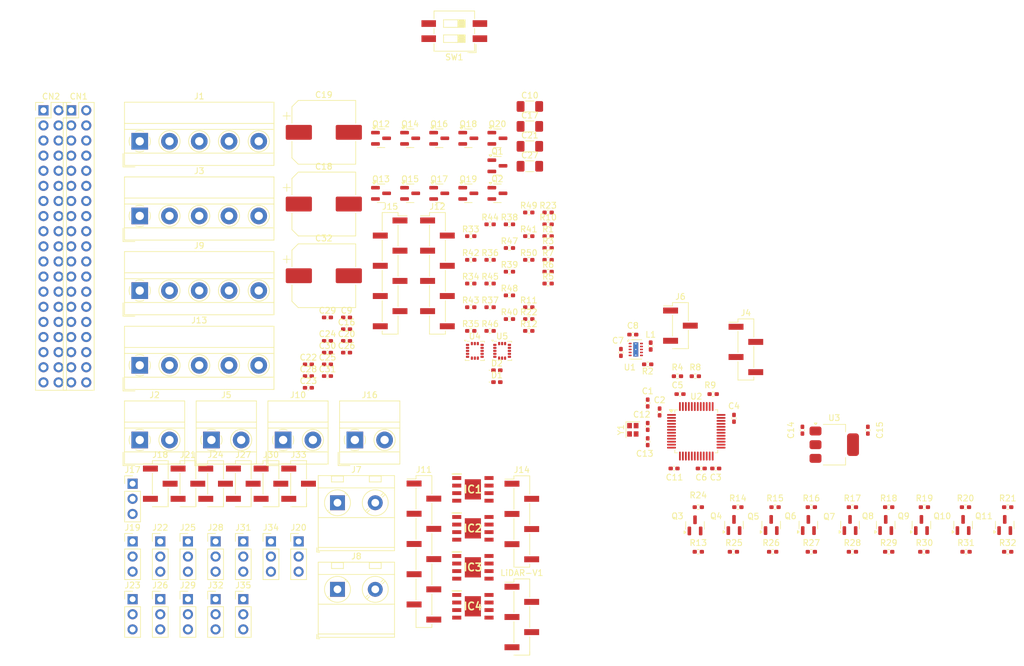
<source format=kicad_pcb>
(kicad_pcb (version 20240108) (generator "pcbnew") (generator_version "8.0")
  (layers (0 "F.Cu" signal) (31 "B.Cu" power) (34 "B.Paste" user) (35 "F.Paste" user) (36 "B.SilkS" user "B.Silkscreen") (37 "F.SilkS" user "F.Silkscreen") (38 "B.Mask" user) (39 "F.Mask" user) (44 "Edge.Cuts" user))
  (net 0 "")
  (net 1 "+3.3V")
  (net 2 "GND")
  (net 3 "/NRST")
  (net 4 "/HSE_IN")
  (net 5 "/HSE_OUT")
  (net 6 "+BATT")
  (net 7 "V_DCMTR")
  (net 8 "V_Servo")
  (net 9 "+5V")
  (net 10 "Net-(U4-REGOUT)")
  (net 11 "Net-(U5-REGOUT)")
  (net 12 "/PWM1{slash}2N")
  (net 13 "/Mtr4_EncoderZ")
  (net 14 "/PWM2{slash}1")
  (net 15 "/Mtr4_EncoderA")
  (net 18 "/PWM2{slash}2")
  (net 20 "/Mtr4_EncoderB")
  (net 21 "/Mtr2_EncoderB")
  (net 22 "/Mtr3_EncoderB")
  (net 23 "/Mtr1_EncoderA")
  (net 24 "/I2C1_SCL")
  (net 26 "/PWM1{slash}2_M3")
  (net 27 "/ADC1{slash}9")
  (net 28 "/PWM3{slash}2_M4")
  (net 29 "/IMU2_INT")
  (net 30 "/Mtr1_EncoderZ")
  (net 31 "/IMU1_INT")
  (net 32 "/Mtr1_EncoderB")
  (net 33 "/ADC1{slash}14")
  (net 34 "/PWM3{slash}1_M1")
  (net 35 "/ADC1{slash}7")
  (net 36 "/PWM2{slash}1_M1")
  (net 39 "/I2C1_SDA")
  (net 40 "/Mtr3_EncoderA")
  (net 41 "/PWM3{slash}2_M2")
  (net 42 "/Mtr2_EncoderZ")
  (net 43 "/PWM1{slash}1_M3")
  (net 44 "/PWM2{slash}3_M4")
  (net 45 "/PWM4{slash}1_M2")
  (net 46 "/Mtr3_EncoderZ")
  (net 47 "/Mtr2_EncoderA")
  (net 48 "/ADC1{slash}15")
  (net 49 "Net-(D1-K)")
  (net 50 "Net-(D2-K)")
  (net 51 "/V_M1A")
  (net 52 "/V_M1B")
  (net 53 "/V_M2B")
  (net 54 "/V_M2A")
  (net 55 "/V_M3B")
  (net 56 "/V_M3A")
  (net 57 "/V_M4A")
  (net 58 "/V_M4B")
  (net 59 "/SWDIO")
  (net 60 "/SWCLK")
  (net 61 "/V_encoder")
  (net 62 "/V_Servo1")
  (net 63 "/V_Servo2")
  (net 64 "/V_Servo3")
  (net 65 "/V_Servo5")
  (net 66 "/V_Servo4")
  (net 67 "/V_Servo6")
  (net 68 "/V_Servo7")
  (net 69 "/V_Servo8")
  (net 70 "/V_Servo9")
  (net 71 "/V_Servo10")
  (net 72 "/V_Servo11")
  (net 73 "/V_Servo12")
  (net 74 "/V_Servo15")
  (net 75 "/V_Servo13")
  (net 76 "/V_Servo14")
  (net 77 "/V_Servo17")
  (net 78 "/V_Servo16")
  (net 79 "/V_Servo18")
  (net 80 "/BOOT0")
  (net 81 "/I2C3_SDA")
  (net 82 "/I2C3_SCL")
  (net 83 "/PWM1{slash}1")
  (net 84 "/PWM3{slash}2")
  (net 85 "/PWM1{slash}2")
  (net 86 "/PWM3{slash}3")
  (net 87 "/PWM1{slash}3")
  (net 88 "/PWM3{slash}4")
  (net 89 "/PWM1{slash}4")
  (net 90 "/PWM4{slash}1")
  (net 91 "/PWM4{slash}2")
  (net 92 "/PWM4{slash}4")
  (net 93 "/PWM2{slash}3")
  (net 94 "/PWM15{slash}1")
  (net 95 "/PWM2{slash}4")
  (net 96 "/PWM15{slash}2")
  (net 97 "/PWM3{slash}1")
  (net 98 "/PWM16{slash}1")
  (net 104 "Net-(CN1-Pin_37)")
  (net 105 "Net-(CN1-Pin_7)")
  (net 106 "Net-(CN1-Pin_35)")
  (net 107 "Net-(CN1-Pin_9)")
  (net 117 "Net-(CN2-Pin_24)")
  (net 120 "Net-(CN2-Pin_36)")
  (net 121 "Net-(CN2-Pin_38)")
  (net 125 "Net-(CN2-Pin_32)")
  (net 139 "Net-(U1-SW)")
  (net 140 "Net-(U1-PG)")
  (footprint "Resistor_SMD:R_0402_1005Metric_Pad0.72x0.64mm_HandSolder" (layer "F.Cu") (at 208 91.5 180)
    (property "Reference" "R9" (at 0.5 1.5 180) (layer "F.SilkS"))
    (property "Value" "2k2")
    (pad "1" smd roundrect (at -0.5975 0 180) (size 0.715 0.64) (layers "F.Cu" "F.Paste" "F.Mask") (net 1 "+3.3V"))
    (pad "2" smd roundrect (at 0.5975 0 180) (size 0.715 0.64) (layers "F.Cu" "F.Paste" "F.Mask") (net 24 "/I2C1_SCL"))
  )
  (footprint "Resistor_SMD:R_0402_1005Metric_Pad0.72x0.64mm_HandSolder" (layer "F.Cu") (at 243.5 110.5 180)
    (property "Reference" "R19" (at 0 1.5 180) (layer "F.SilkS"))
    (property "Value" "10k")
    (pad "1" smd roundrect (at -0.5975 0 180) (size 0.715 0.64) (layers "F.Cu" "F.Paste" "F.Mask") (net 68 "/V_Servo7"))
    (pad "2" smd roundrect (at 0.5975 0 180) (size 0.715 0.64) (layers "F.Cu" "F.Paste" "F.Mask") (net 9 "+5V"))
  )
  (footprint "Resistor_SMD:R_0402_1005Metric_Pad0.72x0.64mm_HandSolder" (layer "F.Cu") (at 224.5 110.5 180)
    (property "Reference" "R16" (at 0 1.5 180) (layer "F.SilkS"))
    (property "Value" "10k")
    (pad "1" smd roundrect (at -0.5975 0 180) (size 0.715 0.64) (layers "F.Cu" "F.Paste" "F.Mask") (net 66 "/V_Servo4"))
    (pad "2" smd roundrect (at 0.5975 0 180) (size 0.715 0.64) (layers "F.Cu" "F.Paste" "F.Mask") (net 9 "+5V"))
  )
  (footprint "Package_TO_SOT_SMD:SOT-23" (layer "F.Cu") (at 211.5 113.5 90)
    (property "Reference" "Q4" (at 1.5 -3 0) (layer "F.SilkS"))
    (property "Value" "BSS138")
    (pad "1" smd roundrect (at -0.9375 -0.95 90) (size 1.475 0.6) (layers "F.Cu" "F.Paste" "F.Mask") (net 1 "+3.3V"))
    (pad "2" smd roundrect (at -0.9375 0.95 90) (size 1.475 0.6) (layers "F.Cu" "F.Paste" "F.Mask") (net 85 "/PWM1{slash}2"))
    (pad "3" smd roundrect (at 0.9375 0 90) (size 1.475 0.6) (layers "F.Cu" "F.Paste" "F.Mask") (net 63 "/V_Servo2"))
  )
  (footprint "Capacitor_SMD:C_0402_1005Metric_Pad0.74x0.62mm_HandSolder" (layer "F.Cu") (at 202.4325 91.5)
    (property "Reference" "C5" (at -0.4325 -1.5 0) (layer "F.SilkS"))
    (property "Value" "100n")
    (pad "1" smd roundrect (at -0.5675 0) (size 0.735 0.62) (layers "F.Cu" "F.Paste" "F.Mask") (net 1 "+3.3V"))
    (pad "2" smd roundrect (at 0.5675 0) (size 0.735 0.62) (layers "F.Cu" "F.Paste" "F.Mask") (net 2 "GND"))
  )
  (footprint "Package_TO_SOT_SMD:SOT-23" (layer "F.Cu") (at 157.075 57.76)
    (property "Reference" "Q15" (at 0 -2.4 0) (layer "F.SilkS"))
    (property "Value" "BSS138")
    (pad "1" smd roundrect (at -0.9375 -0.95) (size 1.475 0.6) (layers "F.Cu" "F.Paste" "F.Mask") (net 1 "+3.3V"))
    (pad "2" smd roundrect (at -0.9375 0.95) (size 1.475 0.6) (layers "F.Cu" "F.Paste" "F.Mask") (net 90 "/PWM4{slash}1"))
    (pad "3" smd roundrect (at 0.9375 0) (size 1.475 0.6) (layers "F.Cu" "F.Paste" "F.Mask") (net 75 "/V_Servo13"))
  )
  (footprint "Capacitor_SMD:C_0402_1005Metric_Pad0.74x0.62mm_HandSolder" (layer "F.Cu") (at 143.185 84.53)
    (property "Reference" "C30" (at 0 -1.16 0) (layer "F.SilkS"))
    (property "Value" "10n")
    (pad "1" smd roundrect (at -0.5675 0) (size 0.735 0.62) (layers "F.Cu" "F.Paste" "F.Mask") (net 1 "+3.3V"))
    (pad "2" smd roundrect (at 0.5675 0) (size 0.735 0.62) (layers "F.Cu" "F.Paste" "F.Mask") (net 2 "GND"))
  )
  (footprint "Package_TO_SOT_SMD:SOT-223-3_TabPin2" (layer "F.Cu") (at 228.35 100)
    (property "Reference" "U3" (at 0 -4.5 360) (layer "F.SilkS"))
    (property "Value" "LD1117S12TR_SOT223")
    (pad "1" smd roundrect (at -3.15 -2.3) (size 2 1.5) (layers "F.Cu" "F.Paste" "F.Mask") (net 2 "GND"))
    (pad "2" smd roundrect (at -3.15 0) (size 2 1.5) (layers "F.Cu" "F.Paste" "F.Mask") (net 9 "+5V"))
    (pad "2" smd roundrect (at 3.15 0) (size 2 3.8) (layers "F.Cu" "F.Paste" "F.Mask") (net 9 "+5V"))
    (pad "3" smd roundrect (at -3.15 2.3) (size 2 1.5) (layers "F.Cu" "F.Paste" "F.Mask") (net 6 "+BATT"))
  )
  (footprint "Resistor_SMD:R_0402_1005Metric_Pad0.72x0.64mm_HandSolder" (layer "F.Cu") (at 177.015 60.98)
    (property "Reference" "R49" (at 0 -1.17 0) (layer "F.SilkS"))
    (property "Value" "10k")
    (pad "1" smd roundrect (at -0.5975 0) (size 0.715 0.64) (layers "F.Cu" "F.Paste" "F.Mask") (net 96 "/PWM15{slash}2"))
    (pad "2" smd roundrect (at 0.5975 0) (size 0.715 0.64) (layers "F.Cu" "F.Paste" "F.Mask") (net 1 "+3.3V"))
  )
  (footprint "Resistor_SMD:R_0402_1005Metric_Pad0.72x0.64mm_HandSolder" (layer "F.Cu") (at 180.265 72.92)
    (property "Reference" "R5" (at 0 -1.17 0) (layer "F.SilkS"))
    (property "Value" "100")
    (pad "1" smd roundrect (at -0.5975 0) (size 0.715 0.64) (layers "F.Cu" "F.Paste" "F.Mask") (net 49 "Net-(D1-K)"))
    (pad "2" smd roundrect (at 0.5975 0) (size 0.715 0.64) (layers "F.Cu" "F.Paste" "F.Mask") (net 2 "GND"))
  )
  (footprint "Resistor_SMD:R_0402_1005Metric_Pad0.72x0.64mm_HandSolder" (layer "F.Cu") (at 205.5 110.5 180)
    (property "Reference" "R24" (at 0 2 180) (layer "F.SilkS"))
    (property "Value" "10k")
    (pad "1" smd roundrect (at -0.5975 0 180) (size 0.715 0.64) (layers "F.Cu" "F.Paste" "F.Mask") (net 83 "/PWM1{slash}1"))
    (pad "2" smd roundrect (at 0.5975 0 180) (size 0.715 0.64) (layers "F.Cu" "F.Paste" "F.Mask") (net 1 "+3.3V"))
  )
  (footprint "Capacitor_SMD:CP_Elec_10x10.5" (layer "F.Cu") (at 142.57 47.51)
    (property "Reference" "C19" (at 0 -6.3 0) (layer "F.SilkS"))
    (property "Value" "680u")
    (pad "1" smd roundrect (at -4.2 0) (size 4.4 2.5) (layers "F.Cu" "F.Paste" "F.Mask") (roundrect_rratio 0.1) (net 7 "V_DCMTR"))
    (pad "2" smd roundrect (at 4.2 0) (size 4.4 2.5) (layers "F.Cu" "F.Paste" "F.Mask") (roundrect_rratio 0.1) (net 2 "GND"))
  )
  (footprint "Capacitor_SMD:C_0402_1005Metric_Pad0.74x0.62mm_HandSolder" (layer "F.Cu") (at 143.185 86.5)
    (property "Reference" "C25" (at 0 -1.16 0) (layer "F.SilkS"))
    (property "Value" "100n")
    (pad "1" smd roundrect (at -0.5675 0) (size 0.735 0.62) (layers "F.Cu" "F.Paste" "F.Mask") (net 2 "GND"))
    (pad "2" smd roundrect (at 0.5675 0) (size 0.735 0.62) (layers "F.Cu" "F.Paste" "F.Mask") (net 10 "Net-(U4-REGOUT)"))
  )
  (footprint "Resistor_SMD:R_0402_1005Metric_Pad0.72x0.64mm_HandSolder" (layer "F.Cu") (at 173.765 62.97)
    (property "Reference" "R38" (at 0 -1.17 0) (layer "F.SilkS"))
    (property "Value" "10k")
    (pad "1" smd roundrect (at -0.5975 0) (size 0.715 0.64) (layers "F.Cu" "F.Paste" "F.Mask") (net 74 "/V_Servo15"))
    (pad "2" smd roundrect (at 0.5975 0) (size 0.715 0.64) (layers "F.Cu" "F.Paste" "F.Mask") (net 9 "+5V"))
  )
  (footprint "Package_SON:WSON-10-1EP_2x3mm_P0.5mm_EP0.84x2.4mm_ThermalVias" (layer "F.Cu") (at 195 84)
    (property "Reference" "U1" (at -1 3 0) (layer "F.SilkS"))
    (property "Value" "TPS62177DQC")
    (pad "1" smd roundrect (at -0.95 -1) (size 0.5 0.25) (layers "F.Cu" "F.Paste" "F.Mask") (net 2 "GND"))
    (pad "2" smd roundrect (at -0.95 -0.5) (size 0.5 0.25) (layers "F.Cu" "F.Paste" "F.Mask") (net 6 "+BATT"))
    (pad "3" smd roundrect (at -0.95 0) (size 0.5 0.25) (layers "F.Cu" "F.Paste" "F.Mask") (net 6 "+BATT"))
    (pad "4" smd roundrect (at -0.95 0.5) (size 0.5 0.25) (layers "F.Cu" "F.Paste" "F.Mask") (net 2 "GND"))
    (pad "5" smd roundrect (at -0.95 1) (size 0.5 0.25) (layers "F.Cu" "F.Paste" "F.Mask") (net 2 "GND"))
    (pad "6" smd roundrect (at 0.95 1) (size 0.5 0.25) (layers "F.Cu" "F.Paste" "F.Mask") (net 2 "GND"))
    (pad "7" smd roundrect (at 0.95 0.5) (size 0.5 0.25) (layers "F.Cu" "F.Paste" "F.Mask") (net 140 "Net-(U1-PG)"))
    (pad "8" smd roundrect (at 0.95 0) (size 0.5 0.25) (layers "F.Cu" "F.Paste" "F.Mask") (net 2 "GND"))
    (pad "9" smd roundrect (at 0.95 -0.5) (size 0.5 0.25) (layers "F.Cu" "F.Paste" "F.Mask") (net 139 "Net-(U1-SW)"))
    (pad "10" smd roundrect (at 0.95 -1) (size 0.5 0.25) (layers "F.Cu" "F.Paste" "F.Mask") (net 1 "+3.3V"))
    (pad "11" thru_hole circle (at 0 -0.95) (size 0.5 0.5) (drill 0.2) (layers "*.Cu" "F.Mask"))
    (pad "11" thru_hole circle (at 0 0) (size 0.5 0.5) (drill 0.2) (layers "*.Cu" "F.Mask"))
    (pad "11" smd rect (at 0 0) (size 0.84 2.4) (layers "F.Cu" "F.Mask"))
    (pad "11" smd rect (at 0 0) (size 0.84 2.4) (layers "B.Cu"))
    (pad "11" thru_hole circle (at 0 0.95) (size 0.5 0.5) (drill 0.2) (layers "*.Cu" "F.Mask"))
  )
  (footprint "Connector_PinHeader_2.54mm:PinHeader_1x08_P2.54mm_Vertical_SMD_Pin1Left" (layer "F.Cu") (at 161.665 71.21)
    (property "Reference" "J12" (at 0 -11.22 0) (layer "F.SilkS"))
    (property "Value" "Conn_01x08")
    (pad "1" smd rect (at -1.655 -8.89) (size 2.51 1) (layers "F.Cu" "F.Paste" "F.Mask"))
    (pad "2" smd rect (at 1.655 -6.35) (size 2.51 1) (layers "F.Cu" "F.Paste" "F.Mask"))
    (pad "3" smd rect (at -1.655 -3.81) (size 2.51 1) (layers "F.Cu" "F.Paste" "F.Mask"))
    (pad "4" smd rect (at 1.655 -1.27) (size 2.51 1) (layers "F.Cu" "F.Paste" "F.Mask") (net 1 "+3.3V"))
    (pad "5" smd rect (at -1.655 1.27) (size 2.51 1) (layers "F.Cu" "F.Paste" "F.Mask") (net 9 "+5V"))
    (pad "6" smd rect (at 1.655 3.81) (size 2.51 1) (layers "F.Cu" "F.Paste" "F.Mask") (net 2 "GND"))
    (pad "7" smd rect (at -1.655 6.35) (size 2.51 1) (layers "F.Cu" "F.Paste" "F.Mask") (net 2 "GND"))
    (pad "8" smd rect (at 1.655 8.89) (size 2.51 1) (layers "F.Cu" "F.Paste" "F.Mask") (net 117 "Net-(CN2-Pin_24)"))
  )
  (footprint "DAWG_PCBFootprints:SOIC127P600X170-9N" (layer "F.Cu") (at 167.62 120.61)
    (property "Reference" "IC3" (at 0 0 0) (layer "F.SilkS") (effects (font (size 1.27 1.27) (thickness 0.254))))
    (property "Value" "DRV8251ADDAR" (hide yes))
    (pad "1" smd rect (at -2.712 -1.905 90) (size 0.65 1.525) (layers "F.Cu" "F.Paste" "F.Mask") (net 27 "/ADC1{slash}9"))
    (pad "2" smd rect (at -2.712 -0.635 90) (size 0.65 1.525) (layers "F.Cu" "F.Paste" "F.Mask") (net 26 "/PWM1{slash}2_M3"))
    (pad "3" smd rect (at -2.712 0.635 90) (size 0.65 1.525) (layers "F.Cu" "F.Paste" "F.Mask") (net 43 "/PWM1{slash}1_M3"))
    (pad "4" smd rect (at -2.712 1.905 90) (size 0.65 1.525) (layers "F.Cu" "F.Paste" "F.Mask") (net 1 "+3.3V"))
    (pad "5" smd rect (at 2.712 1.905 90) (size 0.65 1.525) (layers "F.Cu" "F.Paste" "F.Mask") (net 7 "V_DCMTR"))
    (pad "6" smd rect (at 2.712 0.635 90) (size 0.65 1.525) (layers "F.Cu" "F.Paste" "F.Mask") (net 55 "/V_M3B"))
    (pad "7" smd rect (at 2.712 -0.635 90) (size 0.65 1.525) (layers "F.Cu" "F.Paste" "F.Mask") (net 2 "GND"))
    (pad "8" smd rect (at 2.712 -1.905 90) (size 0.65 1.525) (layers "F.Cu" "F.Paste" "F.Mask") (net 56 "/V_M3A"))
    (pad "9" smd rect (at 0 0) (size 2.71 3.4) (layers "F.Cu" "F.Paste" "F.Mask") (net 2 "GND"))
  )
  (footprint "Resistor_SMD:R_0402_1005Metric_Pad0.72x0.64mm_HandSolder" (layer "F.Cu") (at 180.265 60.98)
    (property "Reference" "R23" (at 0 -1.17 0) (layer "F.SilkS"))
    (property "Value" "10k")
    (pad "1" smd roundrect (at -0.5975 0) (size 0.715 0.64) (layers "F.Cu" "F.Paste" "F.Mask") (net 82 "/I2C3_SCL"))
    (pad "2" smd roundrect (at 0.5975 0) (size 0.715 0.64) (layers "F.Cu" "F.Paste" "F.Mask") (net 9 "+5V"))
  )
  (footprint "Resistor_SMD:R_0402_1005Metric_Pad0.72x0.64mm_HandSolder" (layer "F.Cu") (at 250.4025 110.5 180)
    (property "Reference" "R20" (at 0 1.5 180) (layer "F.SilkS"))
    (property "Value" "10k")
    (pad "1" smd roundrect (at -0.5975 0 180) (size 0.715 0.64) (layers "F.Cu" "F.Paste" "F.Mask") (net 69 "/V_Servo8"))
    (pad "2" smd roundrect (at 0.5975 0 180) (size 0.715 0.64) (layers "F.Cu" "F.Paste" "F.Mask") (net 9 "+5V"))
  )
  (footprint "Resistor_SMD:R_0402_1005Metric_Pad0.72x0.64mm_HandSolder" (layer "F.Cu") (at 180.265 68.94)
    (property "Reference" "R7" (at 0 -1.17 0) (layer "F.SilkS"))
    (property "Value" "1k5")
    (pad "1" smd roundrect (at -0.5975 0) (size 0.715 0.64) (layers "F.Cu" "F.Paste" "F.Mask") (net 2 "GND"))
    (pad "2" smd roundrect (at 0.5975 0) (size 0.715 0.64) (layers "F.Cu" "F.Paste" "F.Mask") (net 27 "/ADC1{slash}9"))
  )
  (footprint "Connector_PinHeader_2.54mm:PinHeader_2x19_P2.54mm_Vertical" (layer "F.Cu") (at 95.46 43.81)
    (property "Reference" "CN2" (at 1.27 -2.33 0) (layer "F.SilkS"))
    (property "Value" "Conn_02x19_Odd_Even")
    (pad "1" thru_hole rect (at 0 0) (size 1.7 1.7) (drill 1) (layers "*.Cu" "*.Mask"))
    (pad "2" thru_hole oval (at 2.54 0) (size 1.7 1.7) (drill 1) (layers "*.Cu" "*.Mask"))
    (pad "3" thru_hole oval (at 0 2.54) (size 1.7 1.7) (drill 1) (layers "*.Cu" "*.Mask"))
    (pad "4" thru_hole oval (at 2.54 2.54) (size 1.7 1.7) (drill 1) (layers "*.Cu" "*.Mask"))
    (pad "5" thru_hole oval (at 0 5.08) (size 1.7 1.7) (drill 1) (layers "*.Cu" "*.Mask"))
    (pad "6" thru_hole oval (at 2.54 5.08) (size 1.7 1.7) (drill 1) (layers "*.Cu" "*.Mask"))
    (pad "7" thru_hole oval (at 0 7.62) (size 1.7 1.7) (drill 1) (layers "*.Cu" "*.Mask"))
    (pad "8" thru_hole oval (at 2.54 7.62) (size 1.7 1.7) (drill 1) (layers "*.Cu" "*.Mask"))
    (pad "9" thru_hole oval (at 0 10.16) (size 1.7 1.7) (drill 1) (layers "*.Cu" "*.Mask"))
    (pad "10" thru_hole oval (at 2.54 10.16) (size 1.7 1.7) (drill 1) (layers "*.Cu" "*.Mask"))
    (pad "11" thru_hole oval (at 0 12.7) (size 1.7 1.7) (drill 1) (layers "*.Cu" "*.Mask"))
    (pad "12" thru_hole oval (at 2.54 12.7) (size 1.7 1.7) (drill 1) (layers "*.Cu" "*.Mask"))
    (pad "13" thru_hole oval (at 0 15.24) (size 1.7 1.7) (drill 1) (layers "*.Cu" "*.Mask"))
    (pad "14" thru_hole oval (at 2.54 15.24) (size 1.7 1.7) (drill 1) (layers "*.Cu" "*.Mask"))
    (pad "15" thru_hole oval (at 0 17.78) (size 1.7 1.7) (drill 1) (layers "*.Cu" "*.Mask"))
    (pad "16" thru_hole oval (at 2.54 17.78) (size 1.7 1.7) (drill 1) (layers "*.Cu" "*.Mask") (net 1 "+3.3V"))
    (pad "17" thru_hole oval (at 0 20.32) (size 1.7 1.7) (drill 1) (layers "*.Cu" "*.Mask") (net 15 "/Mtr4_EncoderA"))
    (pad "18" thru_hole oval (at 2.54 20.32) (size 1.7 1.7) (drill 1) (layers "*.Cu" "*.Mask") (net 9 "+5V"))
    (pad "19" thru_hole oval (at 0 22.86) (size 1.7 1.7) (drill 1) (layers "*.Cu" "*.Mask"))
    (pad "20" thru_hole oval (at 2.54 22.86) (size 1.7 1.7) (drill 1) (layers "*.Cu" "*.Mask") (net 2 "GND"))
    (pad "21" thru_hole oval (at 0 25.4) (size 1.7 1.7) (drill 1) (layers "*.Cu" "*.Mask") (net 20 "/Mtr4_EncoderB"))
    (pad "22" thru_hole oval (at 2.54 25.4) (size 1.7 1.7) (drill 1) (layers "*.Cu" "*.Mask") (net 2 "GND"))
    (pad "23" thru_hole oval (at 0 27.94) (size 1.7 1.7) (drill 1) (layers "*.Cu" "*.Mask") (net 13 "/Mtr4_EncoderZ"))
    (pad "24" thru_hole oval (at 2.54 27.94) (size 1.7 1.7) (drill 1) (layers "*.Cu" "*.Mask") (net 117 "Net-(CN2-Pin_24)"))
    (pad "25" thru_hole oval (at 0 30.48) (size 1.7 1.7) (drill 1) (layers "*.Cu" "*.Mask"))
    (pad "26" thru_hole oval (at 2.54 30.48) (size 1.7 1.7) (drill 1) (layers "*.Cu" "*.Mask"))
    (pad "27" thru_hole oval (at 0 33.02) (size 1.7 1.7) (drill 1) (layers "*.Cu" "*.Mask"))
    (pad "28" thru_hole oval (at 2.54 33.02) (size 1.7 1.7) (drill 1) (layers "*.Cu" "*.Mask") (net 14 "/PWM2{slash}1"))
    (pad "29" thru_hole oval (at 0 35.56) (size 1.7 1.7) (drill 1) (layers "*.Cu" "*.Mask"))
    (pad "30" thru_hole oval (at 2.54 35.56) (size 1.7 1.7) (drill 1) (layers "*.Cu" "*.Mask") (net 18 "/PWM2{slash}2"))
    (pad "31" thru_hole oval (at 0 38.1) (size 1.7 1.7) (drill 1) (layers "*.Cu" "*.Mask"))
    (pad "32" thru_hole oval (at 2.54 38.1) (size 1.7 1.7) (drill 1) (layers "*.Cu" "*.Mask") (net 125 "Net-(CN2-Pin_32)"))
    (pad "33" thru_hole oval (at 0 40.64) (size 1.7 1.7) (drill 1) (layers "*.Cu" "*.Mask"))
    (pad "34" thru_hole oval (at 2.54 40.64) (size 1.7 1.7) (drill 1) (layers "*.Cu" "*.Mask") (net 12 "/PWM1{slash}2N"))
    (pad "35" thru_hole oval (at 0 43.18) (size 1.7 1.7) (drill 1) (layers "*.Cu" "*.Mask"))
    (pad "36" thru_hole oval (at 2.54 43.18) (size 1.7 1.7) (drill 1) (layers "*.Cu" "*.Mask") (net 120 "Net-(CN2-Pin_36)"))
    (pad "37" thru_hole oval (at 0 45.72) (size 1.7 1.7) (drill 1) (layers "*.Cu" "*.Mask"))
    (pad "38" thru_hole oval (at 2.54 45.72) (size 1.7 1.7) (drill 1) (layers "*.Cu" "*.Mask") (net 121 "Net-(CN2-Pin_38)"))
  )
  (footprint "Package_TO_SOT_SMD:SOT-23" (layer "F.Cu") (at 171.745 48.51)
    (property "Reference" "Q20" (at 0 -2.4 0) (layer "F.SilkS"))
    (property "Value" "BSS138")
    (pad "1" smd roundrect (at -0.9375 -0.95) (size 1.475 0.6) (layers "F.Cu" "F.Paste" "F.Mask") (net 1 "+3.3V"))
    (pad "2" smd roundrect (at -0.9375 0.95) (size 1.475 0.6) (layers "F.Cu" "F.Paste" "F.Mask") (net 98 "/PWM16{slash}1"))
    (pad "3" smd roundrect (at 0.9375 0) (size 1.475 0.6) (layers "F.Cu" "F.Paste" "F.Mask") (net 79 "/V_Servo18"))
  )
  (footprint "Resistor_SMD:R_0402_1005Metric_Pad0.72x0.64mm_HandSolder" (layer "F.Cu") (at 180.265 64.96)
    (property "Reference" "R1" (at 0 -1.17 0) (layer "F.SilkS"))
    (property "Value" "1k5")
    (pad "1" smd roundrect (at -0.5975 0) (size 0.715 0.64) (layers "F.Cu" "F.Paste" "F.Mask") (net 2 "GND"))
    (pad "2" smd roundrect (at 0.5975 0) (size 0.715 0.64) (layers "F.Cu" "F.Paste" "F.Mask") (net 33 "/ADC1{slash}14"))
  )
  (footprint "Connector_PinHeader_2.54mm:PinHeader_1x03_P2.54mm_Vertical_SMD_Pin1Left" (layer "F.Cu") (at 129.035 106.56)
    (property "Reference" "J27" (at 0 -4.87 0) (layer "F.SilkS"))
    (property "Value" "Conn_01x03")
    (pad "1" smd rect (at -1.655 -2.54) (size 2.51 1) (layers "F.Cu" "F.Paste" "F.Mask") (net 71 "/V_Servo10"))
    (pad "2" smd rect (at 1.655 0) (size 2.51 1) (layers "F.Cu" "F.Paste" "F.Mask") (net 72 "/V_Servo11"))
    (pad "3" smd rect (at -1.655 2.54) (size 2.51 1) (layers "F.Cu" "F.Paste" "F.Mask") (net 73 "/V_Servo12"))
  )
  (footprint "Resistor_SMD:R_0402_1005Metric_Pad0.72x0.64mm_HandSolder" (layer "F.Cu") (at 231.4025 110.5 180)
    (property "Reference" "R17" (at 0 1.5 180) (layer "F.SilkS"))
    (property "Value" "10k")
    (pad "1" smd roundrect (at -0.5975 0 180) (size 0.715 0.64) (layers "F.Cu" "F.Paste" "F.Mask") (net 65 "/V_Servo5"))
    (pad "2" smd roundrect (at 0.5975 0 180) (size 0.715 0.64) (layers "F.Cu" "F.Paste" "F.Mask") (net 9 "+5V"))
  )
  (footprint "Crystal:Crystal_SMD_2016-4Pin_2.0x1.6mm" (layer "F.Cu") (at 194.5 97.5 -90)
    (property "Reference" "Y1" (at 0 2 90) (layer "F.SilkS"))
    (property "Value" "Crystal_GND24")
    (pad "1" smd rect (at -0.7 0.55 270) (size 0.9 0.8) (layers "F.Cu" "F.Paste" "F.Mask") (net 4 "/HSE_IN"))
    (pad "2" smd rect (at 0.7 0.55 270) (size 0.9 0.8) (layers "F.Cu" "F.Paste" "F.Mask") (net 2 "GND"))
    (pad "3" smd rect (at 0.7 -0.55 270) (size 0.9 0.8) (layers "F.Cu" "F.Paste" "F.Mask") (net 5 "/HSE_OUT"))
    (pad "4" smd rect (at -0.7 -0.55 270) (size 0.9 0.8) (layers "F.Cu" "F.Paste" "F.Mask") (net 2 "GND"))
  )
  (footprint "Package_LGA:LGA-16_3x3mm_P0.5mm_LayoutBorder3x5y" (layer "F.Cu") (at 167.95 84.235)
    (property "Reference" "U4" (at 0 -2.45 0) (layer "F.SilkS"))
    (property "Value" "ICM-20602")
    (pad "1" smd roundrect (at -1.225 -1) (size 0.55 0.35) (layers "F.Cu" "F.Paste" "F.Mask") (net 1 "+3.3V"))
    (pad "2" smd roundrect (at -1.225 -0.5) (size 0.55 0.35) (layers "F.Cu" "F.Paste" "F.Mask") (net 24 "/I2C1_SCL"))
    (pad "3" smd roundrect (at -1.225 0) (size 0.55 0.35) (layers "F.Cu" "F.Paste" "F.Mask") (net 39 "/I2C1_SDA"))
    (pad "4" smd roundrect (at -1.225 0.5) (size 0.55 0.35) (layers "F.Cu" "F.Paste" "F.Mask") (net 2 "GND"))
    (pad "5" smd roundrect (at -1.225 1) (size 0.55 0.35) (layers "F.Cu" "F.Paste" "F.Mask") (net 1 "+3.3V"))
    (pad "6" smd roundrect (at -0.5 1.225) (size 0.35 0.55) (layers "F.Cu" "F.Paste" "F.Mask") (net 31 "/IMU1_INT"))
    (pad "7" smd roundrect (at 0 1.225) (size 0.35 0.55) (layers "F.Cu" "F.Paste" "F.Mask"))
    (pad "8" smd roundrect (at 0.5 1.225) (size 0.35 0.55) (layers "F.Cu" "F.Paste" "F.Mask") (net 2 "GND"))
    (pad "9" smd roundrect (at 1.225 1) (size 0.55 0.35) (layers "F.Cu" "F.Paste" "F.Mask") (net 2 "GND"))
    (pad "10" smd roundrect (at 1.225 0.5) (size 0.55 0.35) (layers "F.Cu" "F.Paste" "F.Mask") (net 2 "GND"))
    (pad "11" smd roundrect (at 1.225 0) (size 0.55 0.35) (layers "F.Cu" "F.Paste" "F.Mask") (net 2 "GND"))
    (pad "12" smd roundrect (at 1.225 -0.5) (size 0.55 0.35) (layers "F.Cu" "F.Paste" "F.Mask") (net 2 "GND"))
    (pad "13" smd roundrect (at 1.225 -1) (size 0.55 0.35) (layers "F.Cu" "F.Paste" "F.Mask") (net 2 "GND"))
    (pad "14" smd roundrect (at 0.5 -1.225) (size 0.35 0.55) (layers "F.Cu" "F.Paste" "F.Mask") (net 10 "Net-(U4-REGOUT)"))
    (pad "15" smd roundrect (at 0 -1.225) (size 0.35 0.55) (layers "F.Cu" "F.Paste" "F.Mask") (net 2 "GND"))
    (pad "16" smd roundrect (at -0.5 -1.225) (size 0.35 0.55) (layers "F.Cu" "F.Paste" "F.Mask") (net 1 "+3.3V"))
  )
  (footprint "Connector_PinHeader_2.54mm:PinHeader_1x03_P2.54mm_Vertical" (layer "F.Cu") (at 133.685 116.26)
    (property "Reference" "J34" (at 0 -2.33 0) (layer "F.SilkS"))
    (property "Value" "Conn_01x03")
    (pad "1" thru_hole rect (at 0 0) (size 1.7 1.7) (drill 1) (layers "*.Cu" "*.Mask") (net 8 "V_Servo"))
    (pad "2" thru_hole oval (at 0 2.54) (size 1.7 1.7) (drill 1) (layers "*.Cu" "*.Mask") (net 8 "V_Servo"))
    (pad "3" thru_hole oval (at 0 5.08) (size 1.7 1.7) (drill 1) (layers "*.Cu" "*.Mask") (net 8 "V_Servo"))
  )
  (footprint "Package_LGA:LGA-16_3x3mm_P0.5mm_LayoutBorder3x5y" (layer "F.Cu") (at 172.535 84.235)
    (property "Reference" "U5" (at 0 -2.45 0) (layer "F.SilkS"))
    (property "Value" "ICM-20602")
    (pad "1" smd roundrect (at -1.225 -1) (size 0.55 0.35) (layers "F.Cu" "F.Paste" "F.Mask") (net 1 "+3.3V"))
    (pad "2" smd roundrect (at -1.225 -0.5) (size 0.55 0.35) (layers "F.Cu" "F.Paste" "F.Mask") (net 24 "/I2C1_SCL"))
    (pad "3" smd roundrect (at -1.225 0) (size 0.55 0.35) (layers "F.Cu" "F.Paste" "F.Mask") (net 39 "/I2C1_SDA"))
    (pad "4" smd roundrect (at -1.225 0.5) (size 0.55 0.35) (layers "F.Cu" "F.Paste" "F.Mask") (net 1 "+3.3V"))
    (pad "5" smd roundrect (at -1.225 1) (size 0.55 0.35) (layers "F.Cu" "F.Paste" "F.Mask") (net 1 "+3.3V"))
    (pad "6" smd roundrect (at -0.5 1.225) (size 0.35 0.55) (layers "F.Cu" "F.Paste" "F.Mask") (net 29 "/IMU2_INT"))
    (pad "7" smd roundrect (at 0 1.225) (size 0.35 0.55) (layers "F.Cu" "F.Paste" "F.Mask"))
    (pad "8" smd roundrect (at 0.5 1.225) (size 0.35 0.55) (layers "F.Cu" "F.Paste" "F.Mask") (net 2 "GND"))
    (pad "9" smd roundrect (at 1.225 1) (size 0.55 0.35) (layers "F.Cu" "F.Paste" "F.Mask") (net 2 "GND"))
    (pad "10" smd roundrect (at 1.225 0.5) (size 0.55 0.35) (layers "F.Cu" "F.Paste" "F.Mask") (net 2 "GND"))
    (pad "11" smd roundrect (at 1.225 0) (size 0.55 0.35) (layers "F.Cu" "F.Paste" "F.Mask") (net 2 "GND"))
    (pad "12" smd roundrect (at 1.225 -0.5) (size 0.55 0.35) (layers "F.Cu" "F.Paste" "F.Mask") (net 2 "GND"))
    (pad "13" smd roundrect (at 1.225 -1) (size 0.55 0.35) (layers "F.Cu" "F.Paste" "F.Mask") (net 2 "GND"))
    (pad "14" smd roundrect (at 0.5 -1.225) (size 0.35 0.55) (layers "F.Cu" "F.Paste" "F.Mask") (net 11 "Net-(U5-REGOUT)"))
    (pad "15" smd roundrect (at 0 -1.225) (size 0.35 0.55) (layers "F.Cu" "F.Paste" "F.Mask") (net 2 "GND"))
    (pad "16" smd roundrect (at -0.5 -1.225) (size 0.35 0.55) (layers "F.Cu" "F.Paste" "F.Mask") (net 1 "+3.3V"))
  )
  (footprint "Connector_PinHeader_2.54mm:PinHeader_1x03_P2.54mm_Vertical" (layer "F.Cu") (at 119.735 125.96)
    (property "Reference" "J29" (at 0 -2.33 0) (layer "F.SilkS"))
    (property "Value" "Conn_01x03")
    (pad "1" thru_hole rect (at 0 0) (size 1.7 1.7) (drill 1) (layers "*.Cu" "*.Mask") (net 2 "GND"))
    (pad "2" thru_hole oval (at 0 2.54) (size 1.7 1.7) (drill 1) (layers "*.Cu" "*.Mask") (net 2 "GND"))
    (pad "3" thru_hole oval (at 0 5.08) (size 1.7 1.7) (drill 1) (layers "*.Cu" "*.Mask") (net 2 "GND"))
  )
  (footprint "Connector_PinHeader_2.54mm:PinHeader_1x04_P2.54mm_Vertical_SMD_Pin1Left" (layer "F.Cu") (at 213.5 84)
    (property "Reference" "J4" (at 0 -6.14 0) (layer "F.SilkS"))
    (property "Value" "Conn_01x04_Pin")
    (pad "1" smd rect (at -1.655 -3.81) (size 2.51 1) (layers "F.Cu" "F.Paste" "F.Mask") (net 1 "+3.3V"))
    (pad "2" smd rect (at 1.655 -1.27) (size 2.51 1) (layers "F.Cu" "F.Paste" "F.Mask") (net 59 "/SWDIO"))
    (pad "3" smd rect (at -1.655 1.27) (size 2.51 1) (layers "F.Cu" "F.Paste" "F.Mask") (net 60 "/SWCLK"))
    (pad "4" smd rect (at 1.655 3.81) (size 2.51 1) (layers "F.Cu" "F.Paste" "F.Mask") (net 2 "GND"))
  )
  (footprint "Capacitor_SMD:CP_Elec_10x10.5" (layer "F.Cu") (at 142.57 71.61)
    (property "Reference" "C32" (at 0 -6.3 0) (layer "F.SilkS"))
    (property "Value" "680u")
    (pad "1" smd roundrect (at -4.2 0) (size 4.4 2.5) (layers "F.Cu" "F.Paste" "F.Mask") (roundrect_rratio 0.1) (net 9 "+5V"))
    (pad "2" smd roundrect (at 4.2 0) (size 4.4 2.5) (layers "F.Cu" "F.Paste" "F.Mask") (roundrect_rratio 0.1) (net 2 "GND"))
  )
  (footprint "Package_TO_SOT_SMD:SOT-23" (layer "F.Cu") (at 224 113.5 90)
    (property "Reference" "Q6" (at 1.5 -3 0) (layer "F.SilkS"))
    (property "Value" "BSS138")
    (pad "1" smd roundrect (at -0.9375 -0.95 90) (size 1.475 0.6) (layers "F.Cu" "F.Paste" "F.Mask") (net 1 "+3.3V"))
    (pad "2" smd roundrect (at -0.9375 0.95 90) (size 1.475 0.6) (layers "F.Cu" "F.Paste" "F.Mask") (net 89 "/PWM1{slash}4"))
    (pad "3" smd roundrect (at 0.9375 0 90) (size 1.475 0.6) (layers "F.Cu" "F.Paste" "F.Mask") (net 66 "/V_Servo4"))
  )
  (footprint "Capacitor_SMD:C_0402_1005Metric_Pad0.74x0.62mm_HandSolder" (layer "F.Cu") (at 143.185 78.62)
    (property "Reference" "C29" (at 0 -1.16 0) (layer "F.SilkS"))
    (property "Value" "2.2u")
    (pad "1" smd roundrect (at -0.5675 0) (size 0.735 0.62) (layers "F.Cu" "F.Paste" "F.Mask") (net 1 "+3.3V"))
    (pad "2" smd roundrect (at 0.5675 0) (size 0.735 0.62) (layers "F.Cu" "F.Paste" "F.Mask") (net 2 "GND"))
  )
  (footprint "Resistor_SMD:R_0402_1005Metric_Pad0.72x0.64mm_HandSolder" (layer "F.Cu") (at 177.015 76.9)
    (property "Reference" "R11" (at 0 -1.17 0) (layer "F.SilkS"))
    (property "Value" "10k")
    (pad "1" smd roundrect (at -0.5975 0) (size 0.715 0.64) (layers "F.Cu" "F.Paste" "F.Mask") (net 39 "/I2C1_SDA"))
    (pad "2" smd roundrect (at 0.5975 0) (size 0.715 0.64) (layers "F.Cu" "F.Paste" "F.Mask") (net 1 "+3.3V"))
  )
  (footprint "TerminalBlock_MetzConnect:TerminalBlock_MetzConnect_Type011_RT05502HBWC_1x02_P5.00mm_Horizontal" (layer "F.Cu") (at 135.735 99.21)
    (property "Reference" "J10" (at 2.5 -7.56 0) (layer "F.SilkS"))
    (property "Value" "Screw_Terminal_01x02")
    (pad "1" thru_hole rect (at 0 0) (size 2.8 2.8) (drill 1.4) (layers "*.Cu" "*.Mask") (net 56 "/V_M3A"))
    (pad "2" thru_hole circle (at 5 0) (size 2.8 2.8) (drill 1.4) (layers "*.Cu" "*.Mask") (net 55 "/V_M3B"))
  )
  (footprint "Resistor_SMD:R_0402_1005Metric_Pad0.72x0.64mm_HandSolder" (layer "F.Cu") (at 205.5 118)
    (property "Reference" "R13" (at 0 -1.5 0) (layer "F.SilkS"))
    (property "Value" "10k")
    (pad "1" smd roundrect (at -0.5975 0) (size 0.715 0.64) (layers "F.Cu" "F.Paste" "F.Mask") (net 62 "/V_Servo1"))
    (pad "2" smd roundrect (at 0.5975 0) (size 0.715 0.64) (layers "F.Cu" "F.Paste" "F.Mask") (net 9 "+5V"))
  )
  (footprint "Resistor_SMD:R_0402_1005Metric_Pad0.72x0.64mm_HandSolder" (layer "F.Cu") (at 211.4025 118 180)
    (property "Reference" "R25" (at -0.0975 1.5 180) (layer "F.SilkS"))
    (property "Value" "10k")
    (pad "1" smd roundrect (at -0.5975 0 180) (size 0.715 0.64) (layers "F.Cu" "F.Paste" "F.Mask") (net 85 "/PWM1{slash}2"))
    (pad "2" smd roundrect (at 0.5975 0 180) (size 0.715 0.64) (layers "F.Cu" "F.Paste" "F.Mask") (net 1 "+3.3V"))
  )
  (footprint "Capacitor_SMD:C_0402_1005Metric_Pad0.74x0.62mm_HandSolder" (layer "F.Cu") (at 223 97.5675 -90)
    (property "Reference" "C14" (at 0 1.9325 90) (layer "F.SilkS"))
    (property "Value" "100n")
    (pad "1" smd roundrect (at -0.5675 0 270) (size 0.735 0.62) (layers "F.Cu" "F.Paste" "F.Mask") (net 2 "GND"))
    (pad "2" smd roundrect (at 0.5675 0 270) (size 0.735 0.62) (layers "F.Cu" "F.Paste" "F.Mask") (net 6 "+BATT"))
  )
  (footprint "Resistor_SMD:R_0402_1005Metric_Pad0.72x0.64mm_HandSolder" (layer "F.Cu") (at 180.265 62.97)
    (property "Reference" "R10" (at 0 -1.17 0) (layer "F.SilkS"))
    (property "Value" "1k5")
    (pad "1" smd roundrect (at -0.5975 0) (size 0.715 0.64) (layers "F.Cu" "F.Paste" "F.Mask") (net 2 "GND"))
    (pad "2" smd roundrect (at 0.5975 0) (size 0.715 0.64) (layers "F.Cu" "F.Paste" "F.Mask") (net 35 "/ADC1{slash}7"))
  )
  (footprint "TerminalBlock_MetzConnect:TerminalBlock_MetzConnect_Type011_RT05505HBWC_1x05_P5.00mm_Horizontal" (layer "F.Cu") (at 111.635 86.66)
    (property "Reference" "J13" (at 10 -7.56 0) (layer "F.SilkS"))
    (property "Value" "Conn_01x05")
    (pad "1" thru_hole rect (at 0 0) (size 2.8 2.8) (drill 1.4) (layers "*.Cu" "*.Mask") (net 61 "/V_encoder"))
    (pad "2" thru_hole circle (at 5 0) (size 2.8 2.8) (drill 1.4) (layers "*.Cu" "*.Mask") (net 15 "/Mtr4_EncoderA"))
    (pad "3" thru_hole circle (at 10 0) (size 2.8 2.8) (drill 1.4) (layers "*.Cu" "*.Mask") (net 20 "/Mtr4_EncoderB"))
    (pad "4" thru_hole circle (at 15 0) (size 2.8 2.8) (drill 1.4) (layers "*.Cu" "*.Mask") (net 13 "/Mtr4_EncoderZ"))
    (pad "5" thru_hole circle (at 20 0) (size 2.8 2.8) (drill 1.4) (layers "*.Cu" "*.Mask") (net 2 "GND"))
  )
  (footprint "Connector_PinHeader_2.54mm:PinHeader_1x03_P2.54mm_Vertical" (layer "F.Cu") (at 110.435 125.96)
    (property "Reference" "J23" (at 0 -2.33 0) (layer "F.SilkS"))
    (property "Value" "Conn_01x03")
    (pad "1" thru_hole rect (at 0 0) (size 1.7 1.7) (drill 1) (layers "*.Cu" "*.Mask") (net 2 "GND"))
    (pad "2" thru_hole oval (at 0 2.54) (size 1.7 1.7) (drill 1) (layers "*.Cu" "*.Mask") (net 2 "GND"))
    (pad "3" thru_hole oval (at 0 5.08) (size 1.7 1.7) (drill 1) (layers "*.Cu" "*.Mask") (net 2 "GND"))
  )
  (footprint "Connector_PinHeader_2.54mm:PinHeader_1x03_P2.54mm_Vertical_SMD_Pin1Left" (layer "F.Cu") (at 124.385 106.56)
    (property "Reference" "J24" (at 0 -4.87 0) (layer "F.SilkS"))
    (property "Value" "Conn_01x03")
    (pad "1" smd rect (at -1.655 -2.54) (size 2.51 1) (layers "F.Cu" "F.Paste" "F.Mask") (net 68 "/V_Servo7"))
    (pad "2" smd rect (at 1.655 0) (size 2.51 1) (layers "F.Cu" "F.Paste" "F.Mask") (net 69 "/V_Servo8"))
    (pad "3" smd rect (at -1.655 2.54) (size 2.51 1) (layers "F.Cu" "F.Paste" "F.Mask") (net 70 "/V_Servo9"))
  )
  (footprint "Package_QFP:LQFP-48_7x7mm_P0.5mm" (layer "F.Cu") (at 205.1625 97.75)
    (property "Reference" "U2" (at 0 -5.85 0) (layer "F.SilkS"))
    (property "Value" "STM32G431C8Tx")
    (pad "1" smd roundrect (at -4.1625 -2.75) (size 1.475 0.3) (layers "F.Cu" "F.Paste" "F.Mask") (net 1 "+3.3V"))
    (pad "2" smd roundrect (at -4.1625 -2.25) (size 1.475 0.3) (layers "F.Cu" "F.Paste" "F.Mask"))
    (pad "3" smd roundrect (at -4.1625 -1.75) (size 1.475 0.3) (layers "F.Cu" "F.Paste" "F.Mask"))
    (pad "4" smd roundrect (at -4.1625 -1.25) (size 1.475 0.3) (layers "F.Cu" "F.Paste" "F.Mask"))
    (pad "5" smd roundrect (at -4.1625 -0.75) (size 1.475 0.3) (layers "F.Cu" "F.Paste" "F.Mask") (net 4 "/HSE_IN"))
    (pad "6" smd roundrect (at -4.1625 -0.25) (size 1.475 0.3) (layers "F.Cu" "F.Paste" "F.Mask") (net 5 "/HSE_OUT"))
    (pad "7" smd roundrect (at -4.1625 0.25) (size 1.475 0.3) (layers "F.Cu" "F.Paste" "F.Mask") (net 3 "/NRST"))
    (pad "8" smd roundrect (at -4.1625 0.75) (size 1.475 0.3) (layers "F.Cu" "F.Paste" "F.Mask"))
    (pad "9" smd roundrect (at -4.1625 1.25) (size 1.475 0.3) (layers "F.Cu" "F.Paste" "F.Mask") (net 18 "/PWM2{slash}2"))
    (pad "10" smd roundrect (at -4.1625 1.75) (size 1.475 0.3) (layers "F.Cu" "F.Paste" "F.Mask") (net 93 "/PWM2{slash}3"))
    (pad "11" smd roundrect (at -4.1625 2.25) (size 1.475 0.3) (layers "F.Cu" "F.Paste" "F.Mask") (net 96 "/PWM15{slash}2"))
    (pad "12" smd roundrect (at -4.1625 2.75) (size 1.475 0.3) (layers "F.Cu" "F.Paste" "F.Mask") (net 84 "/PWM3{slash}2"))
    (pad "13" smd roundrect (at -2.75 4.1625) (size 0.3 1.475) (layers "F.Cu" "F.Paste" "F.Mask") (net 14 "/PWM2{slash}1"))
    (pad "14" smd roundrect (at -2.25 4.1625) (size 0.3 1.475) (layers "F.Cu" "F.Paste" "F.Mask") (net 97 "/PWM3{slash}1"))
    (pad "15" smd roundrect (at -1.75 4.1625) (size 0.3 1.475) (layers "F.Cu" "F.Paste" "F.Mask") (net 83 "/PWM1{slash}1"))
    (pad "16" smd roundrect (at -1.25 4.1625) (size 0.3 1.475) (layers "F.Cu" "F.Paste" "F.Mask") (net 86 "/PWM3{slash}3"))
    (pad "17" smd roundrect (at -0.75 4.1625) (size 0.3 1.475) (layers "F.Cu" "F.Paste" "F.Mask") (net 88 "/PWM3{slash}4"))
    (pad "18" smd roundrect (at -0.25 4.1625) (size 0.3 1.475) (layers "F.Cu" "F.Paste" "F.Mask"))
    (pad "19" smd roundrect (at 0.25 4.1625) (size 0.3 1.475) (layers "F.Cu" "F.Paste" "F.Mask") (net 2 "GND"))
    (pad "20" smd roundrect (at 0.75 4.1625) (size 0.3 1.475) (layers "F.Cu" "F.Paste" "F.Mask"))
    (pad "21" smd roundrect (at 1.25 4.1625) (size 0.3 1.475) (layers "F.Cu" "F.Paste" "F.Mask") (net 1 "+3.3V"))
    (pad "22" smd roundrect (at 1.75 4.1625) (size 0.3 1.475) (layers "F.Cu" "F.Paste" "F.Mask"))
    (pad "23" smd roundrect (at 2.25 4.1625) (size 0.3 1.475) (layers "F.Cu" "F.Paste" "F.Mask") (net 2 "GND"))
    (pad "24" smd roundrect (at 2.75 4.1625) (size 0.3 1.475) (layers "F.Cu" "F.Paste" "F.Mask") (net 1 "+3.3V"))
    (pad "25" smd roundrect (at 4.1625 2.75) (size 1.475 0.3) (layers "F.Cu" "F.Paste" "F.Mask") (net 95 "/PWM2{slash}4"))
    (pad "26" smd roundrect (at 4.1625 2.25) (size 1.475 0.3) (layers "F.Cu" "F.Paste" "F.Mask"))
    (pad "27" smd roundrect (at 4.1625 1.75) (size 1.475 0.3) (layers "F.Cu" "F.Paste" "F.Mask"))
    (pad "28" smd roundrect (at 4.1625 1.25) (size 1.475 0.3) (layers "F.Cu" "F.Paste" "F.Mask") (net 94 "/PWM15{slash}1"))
    (pad "29" smd roundrect (at 4.1625 0.75) (size 1.475 0.3) (layers "F.Cu" "F.Paste" "F.Mask"))
    (pad "30" smd roundrect (at 4.1625 0.25) (size 1.475 0.3) (layers "F.Cu" "F.Paste" "F.Mask") (net 82 "/I2C3_SCL"))
    (pad "31" smd roundrect (at 4.1625 -0.25) (size 1.475 0.3) (layers "F.Cu" "F.Paste" "F.Mask") (net 85 "/PWM1{slash}2"))
    (pad "32" smd roundrect (at 4.1625 -0.75) (size 1.475 0.3) (layers "F.Cu" "F.Paste" "F.Mask") (net 87 "/PWM1{slash}3"))
    (pad "33" smd roundrect (at 4.1625 -1.25) (size 1.475 0.3) (layers "F.Cu" "F.Paste" "F.Mask") (net 89 "/PWM1{slash}4"))
    (pad "34" smd roundrect (at 4.1625 -1.75) (size 1.475 0.3) (layers "F.Cu" "F.Paste" "F.Mask") (net 91 "/PWM4{slash}2"))
    (pad "35" smd roundrect (at 4.1625 -2.25) (size 1.475 0.3) (layers "F.Cu" "F.Paste" "F.Mask") (net 2 "GND"))
    (pad "36" smd roundrect (at 4.1625 -2.75) (size 1.475 0.3) (layers "F.Cu" "F.Paste" "F.Mask") (net 1 "+3.3V"))
    (pad "37" smd roundrect (at 2.75 -4.1625) (size 0.3 1.475) (layers "F.Cu" "F.Paste" "F.Mask") (net 59 "/SWDIO"))
    (pad "38" smd roundrect (at 2.25 -4.1625) (size 0.3 1.475) (layers "F.Cu" "F.Paste" "F.Mask") (net 60 "/SWCLK"))
    (pad "39" smd roundrect (at 1.75 -4.1625) (size 0.3 1.475) (layers "F.Cu" "F.Paste" "F.Mask") (net 24 "/I2C1_SCL"))
    (pad "40" smd roundrect (at 1.25 -4.1625) (size 0.3 1.475) (layers "F.Cu" "F.Paste" "F.Mask"))
    (pad "41" smd roundrect (at 0.75 -4.1625) (size 0.3 1.475) (layers "F.Cu" "F.Paste" "F.Mask") (net 98 "/PWM16{slash}1"))
    (pad "42" smd roundrect (at 0.25 -4.1625) (size 0.3 1.475) (layers "F.Cu" "F.Paste" "F.Mask") (net 81 "/I2C3_SDA"))
    (pad "43" smd roundrect (at -0.25 -4.1625) (size 0.3 1.475) (layers "F.Cu" "F.Paste" "F.Mask") (net 90 "/PWM4{slash}1"))
    (pad "44" smd roundrect (at -0.75 -4.1625) (size 0.3 1.475) (layers "F.Cu" "F.Paste" "F.Mask") (net 39 "/I2C1_SDA"))
    (pad "45" smd roundrect (at -1.25 -4.1625) (size 0.3 1.475) (layers "F.Cu" "F.Paste" "F.Mask") (net 80 "/BOOT0"))
    (pad "46" smd roundrect (at -1.75 -4.1625) (size 0.3 1.475) (layers "F.Cu" "F.Paste" "F.Mask") (net 92 "/PWM4{slash}4"))
    (pad "47" smd roundrect (at -2.25 -4.1625) (size 0.3 1.475) (layers "F.Cu" "F.Paste" "F.Mask") (net 2 "GND"))
    (pad "48" smd roundrect (at -2.75 -4.1625) (size 0.3 1.475) (layers "F.Cu" "F.Paste" "F.Mask") (net 1 "+3.3V"))
  )
  (footprint "Button_Switch_SMD:SW_DIP_SPSTx02_Slide_6.7x6.64mm_W8.61mm_P2.54mm_LowProfile" (layer "F.Cu") (at 164.5 30.5 180)
    (property "Reference" "SW1" (at 0 -4.38 180) (layer "F.SilkS"))
    (property "Value" "SW_Push")
    (pad "1" smd rect (at -4.305 -1.27 180) (size 2.44 1.12) (layers "F.Cu" "F.Paste" "F.Mask") (net 3 "/NRST"))
    (pad "2" smd rect (at -4.305 1.27 180) (size 2.44 1.12) (layers "F.Cu" "F.Paste" "F.Mask") (net 2 "GND"))
    (pad "3" smd rect (at 4.305 1.27 180) (size 2.44 1.12) (layers "F.Cu" "F.Paste" "F.Mask"))
    (pad "4" smd rect (at 4.305 -1.27 180) (size 2.44 1.12) (layers "F.Cu" "F.Paste" "F.Mask"))
  )
  (footprint "Capacitor_SMD:C_0402_1005Metric_Pad0.74x0.62mm_HandSolder" (layer "F.Cu") (at 146.395 78.62)
    (property "Reference" "C9" (at 0 -1.16 0) (layer "F.SilkS"))
    (property "Value" "100n")
    (pad "1" smd roundrect (at -0.5675 0) (size 0.735 0.62) (layers "F.Cu" "F.Paste" "F.Mask") (net 2 "GND"))
    (pad "2" smd roundrect (at 0.5675 0) (size 0.735 0.62) (layers "F.Cu" "F.Paste" "F.Mask") (net 7 "V_DCMTR"))
  )
  (footprint "TerminalBlock_MetzConnect:TerminalBlock_MetzConnect_Type011_RT05502HBWC_1x02_P5.00mm_Horizontal" (layer "F.Cu") (at 123.685 99.21)
    (property "Reference" "J5" (at 2.5 -7.56 0) (layer "F.SilkS"))
    (property "Value" "Screw_Terminal_01x02")
    (pad "1" thru_hole rect (at 0 0) (size 2.8 2.8) (drill 1.4) (layers "*.Cu" "*.Mask") (net 54 "/V_M2A"))
    (pad "2" thru_hole circle (at 5 0) (size 2.8 2.8) (drill 1.4) (layers "*.Cu" "*.Mask") (net 53 "/V_M2B"))
  )
  (footprint "Capacitor_SMD:C_0402_1005Metric_Pad0.74x0.62mm_HandSolder" (layer "F.Cu") (at 192.5 84.5 -90)
    (property "Reference" "C7" (at -2 0.5 180) (layer "F.SilkS"))
    (property "Value" "2.2u")
    (pad "1" smd roundrect (at -0.5675 0 270) (size 0.735 0.62) (layers "F.Cu" "F.Paste" "F.Mask") (net 6 "+BATT"))
    (pad "2" smd roundrect (at 0.5675 0 270) (size 0.735 0.62) (layers "F.Cu" "F.Paste" "F.Mask") (net 2 "GND"))
  )
  (footprint "Package_TO_SOT_SMD:SOT-23" (layer "F.Cu") (at 171.745 53.135)
    (property "Reference" "Q1" (at 0 -2.4 0) (layer "F.SilkS"))
    (property "Value" "BSS138")
    (pad "1" smd roundrect (at -0.9375 -0.95) (size 1.475 0.6) (layers "F.Cu" "F.Paste" "F.Mask") (net 9 "+5V"))
    (pad "2" smd roundrect (at -0.9375 0.95) (size 1.475 0.6) (layers "F.Cu" "F.Paste" "F.Mask") (net 81 "/I2C3_SDA"))
    (pad "3" smd roundrect (at 0.9375 0) (size 1.475 0.6) (layers "F.Cu" "F.Paste" "F.Mask") (net 39 "/I2C1_SDA"))
  )
  (footprint "Capacitor_SMD:C_0402_1005Metric_Pad0.74x0.62mm_HandSolder" (layer "F.Cu") (at 146.395 82.56)
    (property "Reference" "C20" (at 0 -1.16 0) (layer "F.SilkS"))
    (property "Value" "100n")
    (pad "1" smd roundrect (at -0.5675 0) (size 0.735 0.62) (layers "F.Cu" "F.Paste" "F.Mask") (net 2 "GND"))
    (pad "2" smd roundrect (at 0.5675 0) (size 0.735 0.62) (layers "F.Cu" "F.Paste" "F.Mask") (net 7 "V_DCMTR"))
  )
  (footprint "Capacitor_SMD:C_0402_1005Metric_Pad0.74x0.62mm_HandSolder" (layer "F.Cu") (at 211.5 95.5675 -90)
    (property "Reference" "C4" (at -2.0675 0 180) (layer "F.SilkS"))
    (property "Value" "100n")
    (pad "1" smd roundrect (at -0.5675 0 270) (size 0.735 0.62) (layers "F.Cu" "F.Paste" "F.Mask") (net 1 "+3.3V"))
    (pad "2" smd roundrect (at 0.5675 0 270) (size 0.735 0.62) (layers "F.Cu" "F.Paste" "F.Mask") (net 2 "GND"))
  )
  (footprint "DAWG_PCBFootprints:SOIC127P600X170-9N" (layer "F.Cu") (at 167.62 127.16)
    (property "Reference" "IC4" (at 0 0 0) (layer "F.SilkS") (effects (font (size 1.27 1.27) (thickness 0.254))))
    (property "Value" "DRV8251ADDAR" (hide yes))
    (pad "1" smd rect (at -2.712 -1.905 90) (size 0.65 1.525) (layers "F.Cu" "F.Paste" "F.Mask") (net 35 "/ADC1{slash}7"))
    (pad "2" smd rect (at -2.712 -0.635 90) (size 0.65 1.525) (layers "F.Cu" "F.Paste" "F.Mask") (net 44 "/PWM2{slash}3_M4"))
    (pad "3" smd rect (at -2.712 0.635 90) (size 0.65 1.525) (layers "F.Cu" "F.Paste" "F.Mask") (net 28 "/PWM3{slash}2_M4"))
    (pad "4" smd rect (at -2.712 1.905 90) (size 0.65 1.525) (layers "F.Cu" "F.Paste" "F.Mask") (net 1 "+3.3V"))
    (pad "5" smd rect (at 2.712 1.905 90) (size 0.65 1.525) (layers "F.Cu" "F.Paste" "F.Mask") (net 7 "V_DCMTR"))
    (pad "6" smd rect (at 2.712 0.635 90) (size 0.65 1.525) (layers "F.Cu" "F.Paste" "F.Mask") (net 58 "/V_M4B"))
    (pad "7" smd rect (at 2.712 -0.635 90) (size 0.65 1.525) (layers "F.Cu" "F.Paste" "F.Mask") (net 2 "GND"))
    (pad "8" smd rect (at 2.712 -1.905 90) (size 0.65 1.525) (layers "F.Cu" "F.Paste" "F.Mask") (net 57 "/V_M4A"))
    (pad "9" smd rect (at 0 0) (size 2.71 3.4) (layers "F.Cu" "F.Paste" "F.Mask") (net 2 "GND"))
  )
  (footprint "Connector_PinHeader_2.54mm:PinHeader_1x03_P2.54mm_Vertical_SMD_Pin1Left" (layer "F.Cu") (at 133.685 106.56)
    (property "Reference" "J30" (at 0 -4.87 0) (layer "F.SilkS"))
    (property "Value" "Conn_01x03")
    (pad "1" smd rect (at -1.655 -2.54) (size 2.51 1) (layers "F.Cu" "F.Paste" "F.Mask") (net 75 "/V_Servo13"))
    (pad "2" smd rect (at 1.655 0) (size 2.51 1) (layers "F.Cu" "F.Paste" "F.Mask") (net 76 "/V_Servo14"))
    (pad "3" smd rect (at -1.655 2.54) (size 2.51 1) (layers "F.Cu" "F.Paste" "F.Mask") (net 74 "/V_Servo15"))
  )
  (footprint "Package_TO_SOT_SMD:SOT-23" (layer "F.Cu") (at 217.75 113.5 90)
    (property "Reference" "Q5" (at 1.4375 -3 0) (layer "F.SilkS"))
    (property "Value" "BSS138")
    (pad "1" smd roundrect (at -0.9375 -0.95 90) (size 1.475 0.6) (layers "F.Cu" "F.Paste" "F.Mask") (net 1 "+3.3V"))
    (pad "2" smd roundrect (at -0.9375 0.95 90) (size 1.475 0.6) (layers "F.Cu" "F.Paste" "F.Mask") (net 87 "/PWM1{slash}3"))
    (pad "3" smd roundrect (at 0.9375 0 90) (size 1.475 0.6) (layers "F.Cu" "F.Paste" "F.Mask") (net 64 "/V_Servo3"))
  )
  (footprint "Capacitor_SMD:C_0402_1005Metric_Pad0.74x0.62mm_HandSolder" (layer "F.Cu") (at 197 96.9325 90)
    (property "Reference" "C12" (at 2 -1 0) (layer "F.SilkS"))
    (property "Value" "10p")
    (pad "1" smd roundrect (at -0.5675 0 90) (size 0.735 0.62) (layers "F.Cu" "F.Paste" "F.Mask") (net 4 "/HSE_IN"))
    (pad "2" smd roundrect (at 0.5675 0 90) (size 0.735 0.62) (layers "F.Cu" "F.Paste" "F.Mask") (net 2 "GND"))
  )
  (footprint "Resistor_SMD:R_0402_1005Metric_Pad0.72x0.64mm_HandSolder" (layer "F.Cu") (at 202 88.5)
    (property "Reference" "R4" (at 0 -1.5 0) (layer "F.SilkS"))
    (property "Value" "10k")
    (pad "1" smd roundrect (at -0.5975 0) (size 0.715 0.64) (layers "F.Cu" "F.Paste" "F.Mask") (net 80 "/BOOT0"))
    (pad "2" smd roundrect (at 0.5975 0) (size 0.715 0.64) (layers "F.Cu" "F.Paste" "F.Mask") (net 80 "/BOOT0"))
  )
  (footprint "Resistor_SMD:R_0402_1005Metric_Pad0.72x0.64mm_HandSolder" (layer "F.Cu") (at 197 86.5 180)
    (property "Reference" "R2" (at 0 -1.17 180) (layer "F.SilkS"))
    (property "Value" "100k")
    (pad "1" smd roundrect (at -0.5975 0 180) (size 0.715 0.64) (layers "F.Cu" "F.Paste" "F.Mask") (net 1 "+3.3V"))
    (pad "2" smd roundrect (at 0.5975 0 180) (size 0.715 0.64) (layers "F.Cu" "F.Paste" "F.Mask") (net 140 "Net-(U1-PG)"))
  )
  (footprint "Package_TO_SOT_SMD:SOT-23" (layer "F.Cu") (at 237 113.5 90)
    (property "Reference" "Q8" (at 1.5 -3 0) (layer "F.SilkS"))
    (property "Value" "BSS138")
    (pad "1" smd roundrect (at -0.9375 -0.95 90) (size 1.475 0.6) (layers "F.Cu" "F.Paste" "F.Mask") (net 1 "+3.3V"))
    (pad "2" smd roundrect (at -0.9375 0.95 90) (size 1.475 0.6) (layers "F.Cu" "F.Paste" "F.Mask") (net 18 "/PWM2{slash}2"))
    (pad "3" smd roundrect (at 0.9375 0 90) (size 1.475 0.6) (layers "F.Cu" "F.Paste" "F.Mask") (net 67 "/V_Servo6"))
  )
  (footprint "Connector_PinHeader_2.54mm:PinHeader_1x03_P2.54mm_Vertical" (layer "F.Cu") (at 115.085 125.96)
    (property "Reference" "J26" (at 0 -2.33 0) (layer "F.SilkS"))
    (property "Value" "Conn_01x03")
    (pad "1" thru_hole rect (at 0 0) (size 1.7 1.7) (drill 1) (layers "*.Cu" "*.Mask") (net 2 "GND"))
    (pad "2" thru_hole oval (at 0 2.54) (size 1.7 1.7) (drill 1) (layers "*.Cu" "*.Mask") (net 2 "GND"))
    (pad "3" thru_hole oval (at 0 5.08) (size 1.7 1.7) (drill 1) (layers "*.Cu" "*.Mask") (net 2 "GND"))
  )
  (footprint "Connector_PinHeader_2.54mm:PinHeader_1x03_P2.54mm_Vertical" (layer "F.Cu") (at 119.735 116.26)
    (property "Reference" "J25" (at 0 -2.33 0) (layer "F.SilkS"))
    (property "Value" "Conn_01x03")
    (pad "1" thru_hole rect (at 0 0) (size 1.7 1.7) (drill 1) (layers "*.Cu" "*.Mask") (net 8 "V_Servo"))
    (pad "2" thru_hole oval (at 0 2.54) (size 1.7 1.7) (drill 1) (layers "*.Cu" "*.Mask") (net 8 "V_Servo"))
    (pad "3" thru_hole oval (at 0 5.08) (size 1.7 1.7) (drill 1) (layers "*.Cu" "*.Mask") (net 8 "V_Servo"))
  )
  (footprint "Package_TO_SOT_SMD:SOT-23" (layer "F.Cu") (at 257 113.5 90)
    (property "Reference" "Q11" (at 1.5 -3.5 0) (layer "F.SilkS"))
    (property "Value" "BSS138")
    (pad "1" smd roundrect (at -0.9375 -0.95 90) (size 1.475 0.6) (layers "F.Cu" "F.Paste" "F.Mask") (net 1 "+3.3V"))
    (pad "2" smd roundrect (at -0.9375 0.95 90) (size 1.475 0.6) (layers "F.Cu" "F.Paste" "F.Mask") (net 97 "/PWM3{slash}1"))
    (pad "3" smd roundrect (at 0.9375 0 90) (size 1.475 0.6) (layers "F.Cu" "F.Paste" "F.Mask") (net 70 "/V_Servo9"))
  )
  (footprint "Capacitor_SMD:C_0402_1005Metric_Pad0.74x0.62mm_HandSolder" (layer "F.Cu") (at 199 94.5 90)
    (property "Reference" "C2" (at 2 0 0) (layer "F.SilkS"))
    (property "Value" "100n")
    (pad "1" smd roundrect (at -0.5675 0 90) (size 0.735 0.62) (layers "F.Cu" "F.Paste" "F.Mask") (net 1 "+3.3V"))
    (pad "2" smd roundrect (at 0.5675 0 90) (size 0.735 0.62) (layers "F.Cu" "F.Paste" "F.Mask") (net 2 "GND"))
  )
  (footprint "Resistor_SMD:R_0402_1005Metric_Pad0.72x0.64mm_HandSolder" (layer "F.Cu") (at 170.515 76.9)
    (property "Reference" "R37" (at 0 -1.17 0) (layer "F.SilkS"))
    (property "Value" "10k")
    (pad "1" smd roundrect (at -0.5975 0) (size 0.715 0.64) (layers "F.Cu" "F.Paste" "F.Mask") (net 76 "/V_Servo14"))
    (pad "2" smd roundrect (at 0.5975 0) (size 0.715 0.64) (layers "F.Cu" "F.Paste" "F.Mask") (net 9 "+5V"))
  )
  (footprint "Connector_PinHeader_2.54mm:PinHeader_1x06_P2.54mm_Vertical_SMD_Pin1Left" (layer "F.Cu") (at 175.845 112.91)
    (property "Reference" "J14" (at 0 -8.68 0) (layer "F.SilkS"))
    (property "Value" "Conn_01x06")
    (pad "1" smd rect (at -1.655 -6.35) (size 2.51 1) (layers "F.Cu" "F.Paste" "F.Mask") (net 14 "/PWM2{slash}1"))
    (pad "2" smd rect (at 1.655 -3.81) (size 2.51 1) (layers "F.Cu" "F.Paste" "F.Mask") (net 18 "/PWM2{slash}2"))
    (pad "3" smd rect (at -1.655 -1.27) (size 2.51 1) (layers "F.Cu" "F.Paste" "F.Mask") (net 125 "Net-(CN2-Pin_32)"))
    (pad "4" smd rect (at 1.655 1.27) (size 2.51 1) (layers "F.Cu" "F.Paste" "F.Mask") (net 12 "/PWM1{slash}2N"))
    (pad "5" smd rect (at -1.655 3.81) (size 2.51 1) (layers "F.Cu" "F.Paste" "F.Mask") (net 120 "Net-(CN2-Pin_36)"))
    (pad "6" smd rect (at 1.655 6.35) (size 2.51 1) (layers "F.Cu" "F.Paste" "F.Mask") (net 121 "Net-(CN2-Pin_38)"))
  )
  (footprint "Resistor_SMD:R_0402_1005Metric_Pad0.72x0.64mm_HandSolder" (layer "F.Cu") (at 170.515 80.88)
    (property "Reference" "R46" (at 0 -1.17 0) (layer "F.SilkS"))
    (property "Value" "10k")
    (pad "1" smd roundrect (at -0.5975 0) (size 0.715 0.64) (layers "F.Cu" "F.Paste" "F.Mask") (net 91 "/PWM4{slash}2"))
    (pad "2" smd roundrect (at 0.5975 0) (size 0.715 0.64) (layers "F.Cu" "F.Paste" "F.Mask") (net 1 "+3.3V"))
  )
  (footprint "Package_TO_SOT_SMD:SOT-23" (layer "F.Cu") (at 166.855 57.76)
    (property "Reference" "Q19" (at 0 -2.4 0) (layer "F.SilkS"))
    (property "Value" "BSS138")
    (pad "1" smd roundrect (at -0.9375 -0.95) (size 1.475 0.6) (layers "F.Cu" "F.Paste" "F.Mask") (net 1 "+3.3V"))
    (pad "2" smd roundrect (at -0.9375 0.95) (size 1.475 0.6) (layers "F.Cu" "F.Paste" "F.Mask") (net 96 "/PWM15{slash}2"))
    (pad "3" smd roundrect (at 0.9375 0) (size 1.475 0.6) (layers "F.Cu" "F.Paste" "F.Mask") (net 77 "/V_Servo17"))
  )
  (footprint "Resistor_SMD:R_0402_1005Metric_Pad0.72x0.64mm_HandSolder" (layer "F.Cu") (at 177.015 68.94)
    (property "Reference" "R50" (at 0 -1.17 0) (layer "F.SilkS"))
    (property "Value" "10k")
    (pad "1" smd roundrect (at -0.5975 0) (size 0.715 0.64) (layers "F.Cu" "F.Paste" "F.Mask") (net 98 "/PWM16{slash}1"))
    (pad "2" smd roundrect (at 0.5975 0) (size 0.715 0.64) (layers "F.Cu" "F.Paste" "F.Mask") (net 1 "+3.3V"))
  )
  (footprint "Resistor_SMD:R_0402_1005Metric_Pad0.72x0.64mm_HandSolder" (layer "F.Cu") (at 167.265 64.96)
    (property "Reference" "R33" (at 0 -1.17 0) (layer "F.SilkS"))
    (property "Value" "10k")
    (pad "1" smd roundrect (at -0.5975 0) (size 0.715 0.64) (layers "F.Cu" "F.Paste" "F.Mask") (net 71 "/V_Servo10"))
    (pad "2" smd roundrect (at 0.5975 0) (size 0.715 0.64) (layers "F.Cu" "F.Paste" "F.Mask") (net 9 "+5V"))
  )
  (footprint "Package_TO_SOT_SMD:SOT-23" (layer "F.Cu") (at 243 113.5 90)
    (property "Reference" "Q9" (at 1.5 -3 0) (layer "F.SilkS"))
    (property "Value" "BSS138")
    (pad "1" smd roundrect (at -0.9375 -0.95 90) (size 1.475 0.6) (layers "F.Cu" "F.Paste" "F.Mask") (net 1 "+3.3V"))
    (pad "2" smd roundrect (at -0.9375 0.95 90) (size 1.475 0.6) (layers "F.Cu" "F.Paste" "F.Mask") (net 93 "/PWM2{slash}3"))
    (pad "3" smd roundrect (at 0.9375 0 90) (size 1.475 0.6) (layers "F.Cu" "F.Paste" "F.Mask") (net 68 "/V_Servo7"))
  )
  (footprint "Capacitor_SMD:C_0402_1005Metric_Pad0.74x0.62mm_HandSolder" (layer "F.Cu") (at 143.185 82.56)
    (property "Reference" "C24" (at 0 -1.16 0) (layer "F.SilkS"))
    (property "Value" "10n")
    (pad "1" smd roundrect (at -0.5675 0) (size 0.735 0.62) (layers "F.Cu" "F.Paste" "F.Mask") (net 1 "+3.3V"))
    (pad "2" smd roundrect (at 0.5675 0) (size 0.735 0.62) (layers "F.Cu" "F.Paste" "F.Mask") (net 2 "GND"))
  )
  (footprint "Resistor_SMD:R_0402_1005Metric_Pad0.72x0.64mm_HandSolder" (layer "F.Cu") (at 257.5 110.5 180)
    (property "Reference" "R21" (at 0 1.5 180) (layer "F.SilkS"))
    (property "Value" "10k")
    (pad "1" smd roundrect (at -0.5975 0 180) (size 0.715 0.64) (layers "F.Cu" "F.Paste" "F.Mask") (net 70 "/V_Servo9"))
    (pad "2" smd roundrect (at 0.5975 0 180) (size 0.715 0.64) (layers "F.Cu" "F.Paste" "F.Mask") (net 9 "+5V"))
  )
  (footprint "Resistor_SMD:R_0402_1005Metric_Pad0.72x0.64mm_HandSolder" (layer "F.Cu") (at 218.4025 110.5)
    (property "Reference" "R15" (at 0 -1.5 0) (layer "F.SilkS"))
    (property "Value" "10k")
    (pad "1" smd roundrect (at -0.5975 0) (size 0.715 0.64) (layers "F.Cu" "F.Paste" "F.Mask") (net 64 "/V_Servo3"))
    (pad "2" smd roundrect (at 0.5975 0) (size 0.715 0.64) (layers "F.Cu" "F.Paste" "F.Mask") (net 9 "+5V"))
  )
  (footprint "Package_TO_SOT_SMD:SOT-23" (layer "F.Cu") (at 161.965 48.51)
    (property "Reference" "Q16" (at 0 -2.4 0) (layer "F.SilkS"))
    (property "Value" "BSS138")
    (pad "1" smd roundrect (at -0.9375 -0.95) (size 1.475 0.6) (layers "F.Cu" "F.Paste" "F.Mask") (net 1 "+3.3V"))
    (pad "2" smd roundrect (at -0.9375 0.95) (size 1.475 0.6) (layers "F.Cu" "F.Paste" "F.Mask") (net 91 "/PWM4{slash}2"))
    (pad "3" smd roundrect (at 0.9375 0) (size 1.475 0.6) (layers "F.Cu" "F.Paste" "F.Mask") (net 76 "/V_Servo14"))
  )
  (footprint "Resistor_SMD:R_0402_1005Metric_Pad0.72x0.64mm_HandSolder" (layer "F.Cu") (at 173.765 66.95)
    (property "Reference" "R47" (at 0 -1.17 0) (layer "F.SilkS"))
    (property "Value" "10k")
    (pad "1" smd roundrect (at -0.5975 0) (size 0.715 0.64) (layers "F.Cu" "F.Paste" "F.Mask") (net 92 "/PWM4{slash}4"))
    (pad "2" smd roundrect (at 0.5975 0) (size 0.715 0.64) (layers "F.Cu" "F.Paste" "F.Mask") (net 1 "+3.3V"))
  )
  (footprint "Connector_PinHeader_2.54mm:PinHeader_1x08_P2.54mm_Vertical_SMD_Pin1Right" (layer "F.Cu") (at 153.715 71.21)
    (property "Reference" "J15" (at 0 -11.22 0) (layer "F.SilkS"))
    (property "Value" "Conn_01x08")
    (pad "1" smd rect (at 1.655 -8.89) (size 2.51 1) (layers "F.Cu" "F.Paste" "F.Mask") (net 104 "Net-(CN1-Pin_37)"))
    (pad "2" smd rect (at -1.655 -6.35) (size 2.51 1) (layers "F.Cu" "F.Paste" "F.Mask") (net 106 "Net-(CN1-Pin_35)"))
    (pad "3" smd rect (at 1.655 -3.81) (size 2.51 1) (layers "F.Cu" "F.Paste" "F.Mask") (net 40 "/Mtr3_EncoderA"))
    (pad "4" smd rect (at -1.655 -1.27) (size 2.51 1) (layers "F.Cu" "F.Paste" "F.Mask") (net 22 "/Mtr3_EncoderB"))
    (pad "5" smd rect (at 1.655 1.27) (size 2.51 1) (layers "F.Cu" "F.Paste" "F.Mask") (net 28 "/PWM3{slash}2_M4"))
    (pad "6" smd rect (at -1.655 3.81) (size 2.51 1) (layers "F.Cu" "F.Paste" "F.Mask") (net 46 "/Mtr3_EncoderZ"))
    (pad "7" smd rect (at 1.655 6.35) (size 2.51 1) (layers "F.Cu" "F.Paste" "F.Mask") (net 44 "/PWM2{slash}3_M4"))
    (pad "8" smd rect (at -1.655 8.89) (size 2.51 1) (layers "F.Cu" "F.Paste" "F.Mask") (net 43 "/PWM1{slash}1_M3"))
  )
  (footprint "Capacitor_SMD:C_0402_1005Metric_Pad0.74x0.62mm_HandSolder" (layer "F.Cu") (at 194.5 81.5 180)
    (property "Reference" "C8" (at 0 1.5 180) (layer "F.SilkS"))
    (property "Value" "22u")
    (pad "1" smd roundrect (at -0.5675 0 180) (size 0.735 0.62) (layers "F.Cu" "F.Paste" "F.Mask") (net 1 "+3.3V"))
    (pad "2" smd roundrect (at 0.5675 0 180) (size 0.735 0.62) (layers "F.Cu" "F.Paste" "F.Mask") (net 2 "GND"))
  )
  (footprint "Capacitor_SMD:C_0402_1005Metric_Pad0.74x0.62mm_HandSolder" (layer "F.Cu") (at 139.975 86.5)
    (property "Reference" "C22" (at 0 -1.16 0) (layer "F.SilkS"))
    (property "Value" "100n")
    (pad "1" smd roundrect (at -0.5675 0) (size 0.735 0.62) (layers "F.Cu" "F.Paste" "F.Mask") (net 1 "+3.3V"))
    (pad "2" smd roundrect (at 0.5675 0) (size 0.735 0.62) (layers "F.Cu" "F.Paste" "F.Mask") (net 2 "GND"))
  )
  (footprint "Resistor_SMD:R_0402_1005Metric_Pad0.72x0.64mm_HandSolder" (layer "F.Cu") (at 257.5 118 180)
    (property "Reference" "R32" (at 0 1.5 180) (layer "F.SilkS"))
    (property "Value" "10k")
    (pad "1" smd roundrect (at -0.5975 0 180) (size 0.715 0.64) (layers "F.Cu" "F.Paste" "F.Mask") (net 97 "/PWM3{slash}1"))
    (pad "2" smd roundrect (at 0.5975 0 180) (size 0.715 0.64) (layers "F.Cu" "F.Paste" "F.Mask") (net 1 "+3.3V"))
  )
  (footprint "Resistor_SMD:R_0402_1005Metric_Pad0.72x0.64mm_HandSolder" (layer "F.Cu") (at 224.5 118 180)
    (property "Reference" "R27" (at 0 1.5 180) (layer "F.SilkS"))
    (property "Value" "10k")
    (pad "1" smd roundrect (at -0.5975 0 180) (size 0.715 0.64) (layers "F.Cu" "F.Paste" "F.Mask") (net 89 "/PWM1{slash}4"))
    (pad "2" smd roundrect (at 0.5975 0 180) (size 0.715 0.64) (layers "F.Cu" "F.Paste" "F.Mask") (net 1 "+3.3V"))
  )
  (footprint "Package_TO_SOT_SMD:SOT-23" (layer "F.Cu") (at 231 113.5 90)
    (property "Reference" "Q7" (at 1.4125 -3.5 0) (layer "F.SilkS"))
    (property "Value" "BSS138")
    (pad "1" smd roundrect (at -0.9375 -0.95 90) (size 1.475 0.6) (layers "F.Cu" "F.Paste" "F.Mask") (net 1 "+3.3V"))
    (pad "2" smd roundrect (at -0.9375 0.95 90) (size 1.475 0.6) (layers "F.Cu" "F.Paste" "F.Mask") (net 14 "/PWM2{slash}1"))
    (pad "3" smd roundrect (at 0.9375 0 90) (size 1.475 0.6) (layers "F.Cu" "F.Paste" "F.Mask") (net 65 "/V_Servo5"))
  )
  (footprint "Capacitor_SMD:C_0402_1005Metric_Pad0.74x0.62mm_HandSolder" (layer "F.Cu") (at 139.975 88.47)
    (property "Reference" "C28" (at 0 -1.16 0) (layer "F.SilkS"))
    (property "Value" "100n")
    (pad "1" smd roundrect (at -0.5675 0) (size 0.735 0.62) (layers "F.Cu" "F.Paste" "F.Mask") (net 1 "+3.3V"))
    (pad "2" smd roundrect (at 0.5675 0) (size 0.735 0.62) (layers "F.Cu" "F.Paste" "F.Mask") (net 2 "GND"))
  )
  (footprint "Package_TO_SOT_SMD:SOT-23" (layer "F.Cu") (at 166.855 48.51)
    (property "Reference" "Q18" (at 0 -2.4 0) (layer "F.SilkS"))
    (property "Value" "BSS138")
    (pad "1" smd roundrect (at -0.9375 -0.95) (size 1.475 0.6) (layers "F.Cu" "F.Paste" "F.Mask") (net 1 "+3.3V"))
    (pad "2" smd roundrect (at -0.9375 0.95) (size 1.475 0.6) (layers "F.Cu" "F.Paste" "F.Mask") (net 94 "/PWM15{slash}1"))
    (pad "3" smd roundrect (at 0.9375 0) (size 1.475 0.6) (layers "F.Cu" "F.Paste" "F.Mask") (net 78 "/V_Servo16"))
  )
  (footprint "Resistor_SMD:R_0402_1005Metric_Pad0.72x0.64mm_HandSolder" (layer "F.Cu") (at 243.4025 118 180)
    (property "Reference" "R30" (at -0.0975 1.5 180) (layer "F.SilkS"))
    (property "Value" "10k")
    (pad "1" smd roundrect (at -0.5975 0 180) (size 0.715 0.64) (layers "F.Cu" "F.Paste" "F.Mask") (net 93 "/PWM2{slash}3"))
    (pad "2" smd roundrect (at 0.5975 0 180) (size 0.715 0.64) (layers "F.Cu" "F.Paste" "F.Mask") (net 1 "+3.3V"))
  )
  (footprint "Resistor_SMD:R_0402_1005Metric_Pad0.72x0.64mm_HandSolder" (layer "F.Cu") (at 170.515 68.94)
    (property "Reference" "R36" (at 0 -1.17 0) (layer "F.SilkS"))
    (property "Value" "10k")
    (pad "1" smd roundrect (at -0.5975 0) (size 0.715 0.64) (layers "F.Cu" "F.Paste" "F.Mask") (net 75 "/V_Servo13"))
    (pad "2" smd roundrect (at 0.5975 0) (size 0.715 0.64) (layers "F.Cu" "F.Paste" "F.Mask") (net 9 "+5V"))
  )
  (footprint "LED_SMD:LED_0402_1005Metric_Pad0.77x0.64mm_HandSolder" (layer "F.Cu") (at 171.655 89.49)
    (property "Reference" "D1" (at 0 -1.17 0) (layer "F.SilkS"))
    (property "Value" "Yellow LED")
    (pad "1" smd roundrect (at -0.5725 0) (size 0.765 0.64) (layers "F.Cu" "F.Paste" "F.Mask") (net 49 "Net-(D1-K)"))
    (pad "2" smd roundrect (at 0.5725 0) (size 0.765 0.64) (layers "F.Cu" "F.Paste" "F.Mask") (net 9 "+5V"))
  )
  (footprint "Capacitor_SMD:C_0402_1005Metric_Pad0.74x0.62mm_HandSolder" (layer "F.Cu") (at 197 93 90)
    (property "Reference" "C1" (at 2 0 0) (layer "F.SilkS"))
    (property "Value" "10u")
    (pad "1" smd roundrect (at -0.5675 0 90) (size 0.735 0.62) (layers "F.Cu" "F.Paste" "F.Mask") (net 1 "+3.3V"))
    (pad "2" smd roundrect (at 0.5675 0 90) (size 0.735 0.62) (layers "F.Cu" "F.Paste" "F.Mask") (net 2 "GND"))
  )
  (footprint "Resistor_SMD:R_0402_1005Metric_Pad0.72x0.64mm_HandSolder" (layer "F.Cu") (at 237.5 110.5 180)
    (property "Reference" "R18" (at 0 1.5 180) (layer "F.SilkS"))
    (property "Value" "10k")
    (pad "1" smd roundrect (at -0.5975 0 180) (size 0.715 0.64) (layers "F.Cu" "F.Paste" "F.Mask") (net 67 "/V_Servo6"))
    (pad "2" smd roundrect (at 0.5975 0 180) (size 0.715 0.64) (layers "F.Cu" "F.Paste" "F.Mask") (net 9 "+5V"))
  )
  (footprint "Resistor_SMD:R_0402_1005Metric_Pad0.72x0.64mm_HandSolder" (layer "F.Cu") (at 170.515 62.97)
    (property "Reference" "R44" (at 0 -1.17 0) (layer "F.SilkS"))
    (property "Value" "10k")
    (pad "1" smd roundrect (at -0.5975 0) (size 0.715 0.64) (layers "F.Cu" "F.Paste" "F.Mask") (net 88 "/PWM3{slash}4"))
    (pad "2" smd roundrect (at 0.5975 0) (size 0.715 0.64) (layers "F.Cu" "F.Paste" "F.Mask") (net 1 "+3.3V"))
  )
  (footprint "Resistor_SMD:R_0402_1005Metric_Pad0.72x0.64mm_HandSolder" (layer "F.Cu") (at 170.515 72.92)
    (property "Reference" "R45" (at 0 -1.17 0) (layer "F.SilkS"))
    (property "Value" "10k")
    (pad "1" smd roundrect (at -0.5975 0) (size 0.715 0.64) (layers "F.Cu" "F.Paste" "F.Mask") (net 90 "/PWM4{slash}1"))
    (pad "2" smd roundrect (at 0.5975 0) (size 0.715 0.64) (layers "F.Cu" "F.Paste" "F.Mask") (net 1 "+3.3V"))
  )
  (footprint "Capacitor_SMD:C_0402_1005Metric_Pad0.74x0.62mm_HandSolder" (layer "F.Cu") (at 201.4325 104 180)
    (property "Reference" "C11" (at -0.0675 -1.5 0) (layer "F.SilkS"))
    (property "Value" "100n")
    (pad "1" smd roundrect (at -0.5675 0 180) (size 0.735 0.62) (layers "F.Cu" "F.Paste" "F.Mask") (net 2 "GND"))
    (pad "2" smd roundrect (at 0.5675 0 180) (size 0.735 0.62) (layers "F.Cu" "F.Paste" "F.Mask") (net 3 "/NRST"))
  )
  (footprint "Resistor_SMD:R_0402_1005Metric_Pad0.72x0.64mm_HandSolder" (layer "F.Cu") (at 173.765 74.91)
    (property "Reference" "R48" (at 0 -1.17 0) (layer "F.SilkS"))
    (property "Value" "10k")
    (pad "1" smd roundrect (at -0.5975 0) (size 0.715 0.64) (layers "F.Cu" "F.Paste" "F.Mask") (net 94 "/PWM15{slash}1"))
    (pad "2" smd roundrect (at 0.5975 0) (size 0.715 0.64) (layers "F.Cu" "F.Paste" "F.Mask") (net 1 "+3.3V"))
  )
  (footprint "TerminalBlock_MetzConnect:TerminalBlock_MetzConnect_Type701_RT11L02HGLU_1x02_P6.35mm_Horizontal" (layer "F.Cu") (at 144.865 109.76)
    (property "Reference" "J7" (at 3.175 -5.56 0) (layer "F.SilkS"))
    (property "Value" "Screw_Terminal_01x02")
    (pad "1" thru_hole rect (at 0 0) (size 2.5 2.5) (drill 1.3) (layers "*.Cu" "*.Mask") (net 8 "V_Servo"))
    (pad "2" thru_hole circle (at 6.35 0) (size 2.5 2.5) (drill 1.3) (layers "*.Cu" "*.Mask") (net 2 "GND"))
  )
  (footprint "Resistor_SMD:R_0402_1005Metric_Pad0.72x0.64mm_HandSolder" (layer "F.Cu") (at 177.015 78.89)
    (property "Reference" "R22" (at 0 -1.17 0) (layer "F.SilkS"))
    (property "Value" "10k")
    (pad "1" smd roundrect (at -0.5975 0) (size 0.715 0.64) (layers "F.Cu" "F.Paste" "F.Mask") (net 81 "/I2C3_SDA"))
    (pad "2" smd roundrect (at 0.5975 0) (size 0.715 0.64) (layers "F.Cu" "F.Paste" "F.Mask") (net 9 "+5V"))
  )
  (footprint "TerminalBlock_MetzConnect:TerminalBlock_MetzConnect_Type011_RT05505HBWC_1x05_P5.00mm_Horizontal" (layer "F.Cu") (at 111.635 49.01)
    (property "Reference" "J1" (at 10 -7.56 0) (layer "F.SilkS"))
    (property "Value" "Conn_01x05")
    (pad "1" thru_hole rect (at 0 0) (size 2.8 2.8) (drill 1.4) (layers "*.Cu" "*.Mask") (net 61 "/V_encoder"))
    (pad "2" thru_hole circle (at 5 0) (size 2.8 2.8) (drill 1.4) (layers "*.Cu" "*.Mask") (net 23 "/Mtr1_EncoderA"))
    (pad "3" thru_hole circle (at 10 0) (size 2.8 2.8) (drill 1.4) (layers "*.Cu" "*.Mask") (net 32 "/Mtr1_EncoderB"))
    (pad "4" thru_hole circle (at 15 0) (size 2.8 2.8) (drill 1.4) (layers "*.Cu" "*.Mask") (net 30 "/Mtr1_EncoderZ"))
    (pad "5" thru_hole circle (at 20 0) (size 2.8 2.8) (drill 1.4) (layers "*.Cu" "*.Mask") (net 2 "GND"))
  )
  (footprint "Connector_PinHeader_2.54mm:PinHeader_1x03_P2.54mm_Vertical" (layer "F.Cu") (at 110.435 106.56)
    (property "Reference" "J17" (at 0 -2.33 0) (layer "F.SilkS"))
    (property "Value" "Conn_01x03")
    (pad "1" thru_hole rect (at 0 0) (size 1.7 1.7) (drill 1) (layers "*.Cu" "*.Mask") (net 9 "+5V"))
    (pad "2" thru_hole oval (at 0 2.54) (size 1.7 1.7) (drill 1) (layers "*.Cu" "*.Mask") (net 61 "/V_encoder"))
    (pad "3" thru_hole oval (at 0 5.08) (size 1.7 1.7) (drill 1) (layers "*.Cu" "*.Mask") (net 1 "+3.3V"))
  )
  (footprint "Capacitor_SMD:C_0402_1005Metric_Pad0.74x0.62mm_HandSolder" (layer "F.Cu") (at 206 104 180)
    (property "Reference" "C6" (at 0 -1.5 180) (layer "F.SilkS"))
    (property "Value" "100n")
    (pad "1" smd roundrect (at -0.5675 0 180) (size 0.735 0.62) (layers "F.Cu" "F.Paste" "F.Mask") (net 1 "+3.3V"))
    (pad "2" smd roundrect (at 0.5675 0 180) (size 0.735 0.62) (layers "F.Cu" "F.Paste" "F.Mask") (net 2 "GND"))
  )
  (footprint "Connector_PinHeader_2.54mm:PinHeader_1x03_P2.54mm_Vertical" (layer "F.Cu") (at 129.035 116.26)
    (property "Reference" "J31" (at 0 -2.33 0) (layer "F.SilkS"))
    (property "Value" "Conn_01x03")
    (pad "1" thru_hole rect (at 0 0) (size 1.7 1.7) (drill 1) (layers "*.Cu" "*.Mask") (net 8 "V_Servo"))
    (pad "2" thru_hole oval (at 0 2.54) (size 1.7 1.7) (drill 1) (layers "*.Cu" "*.Mask") (net 8 "V_Servo"))
    (pad "3" thru_hole oval (at 0 5.08) (size 1.7 1.7) (drill 1) (layers "*.Cu" "*.Mask") (net 8 "V_Servo"))
  )
  (footprint "Connector_PinHeader_2.54mm:PinHeader_1x03_P2.54mm_Vertical" (layer "F.Cu") (at 129.035 125.96)
    (property "Reference" "J35" (at 0 -2.33 0) (layer "F.SilkS"))
    (property "Value" "Conn_01x03")
    (pad "1" thru_hole rect (at 0 0) (size 1.7 1.7) (drill 1) (layers "*.Cu" "*.Mask") (net 2 "GND"))
    (pad "2" thru_hole oval (at 0 2.54) (size 1.7 1.7) (drill 1) (layers "*.Cu" "*.Mask") (net 2 "GND"))
    (pad "3" thru_hole oval (at 0 5.08) (size 1.7 1.7) (drill 1) (layers "*.Cu" "*.Mask") (net 2 "GND"))
  )
  (footprint "Package_TO_SOT_SMD:SOT-23" (layer "F.Cu") (at 171.745 57.76)
    (property "Reference" "Q2" (at 0 -2.4 0) (layer "F.SilkS"))
    (property "Value" "BSS138")
    (pad "1" smd roundrect (at -0.9375 -0.95) (size 1.475 0.6) (layers "F.Cu" "F.Paste" "F.Mask") (net 9 "+5V"))
    (pad "2" smd roundrect (at -0.9375 0.95) (size 1.475 0.6) (layers "F.Cu" "F.Paste" "F.Mask") (net 82 "/I2C3_SCL"))
    (pad "3" smd roundrect (at 0.9375 0) (size 1.475 0.6) (layers "F.Cu" "F.Paste" "F.Mask") (net 24 "/I2C1_SCL"))
  )
  (footprint "Connector_PinHeader_2.54mm:PinHeader_2x19_P2.54mm_Vertical" (layer "F.Cu") (at 100.11 43.81)
    (property "Reference" "CN1" (at 1.27 -2.33 0) (layer "F.SilkS"))
    (property "Value" "Conn_02x19_Odd_Even")
    (pad "1" thru_hole rect (at 0 0) (size 1.7 1.7) (drill 1) (layers "*.Cu" "*.Mask"))
    (pad "2" thru_hole oval (at 2.54 0) (size 1.7 1.7) (drill 1) (layers "*.Cu" "*.Mask") (net 23 "/Mtr1_EncoderA"))
    (pad "3" thru_hole oval (at 0 2.54) (size 1.7 1.7) (drill 1) (layers "*.Cu" "*.Mask") (net 24 "/I2C1_SCL"))
    (pad "4" thru_hole oval (at 2.54 2.54) (size 1.7 1.7) (drill 1) (layers "*.Cu" "*.Mask") (net 32 "/Mtr1_EncoderB"))
    (pad "5" thru_hole oval (at 0 5.08) (size 1.7 1.7) (drill 1) (layers "*.Cu" "*.Mask") (net 39 "/I2C1_SDA"))
    (pad "6" thru_hole oval (at 2.54 5.08) (size 1.7 1.7) (drill 1) (layers "*.Cu" "*.Mask") (net 48 "/ADC1{slash}15"))
    (pad "7" thru_hole oval (at 0 7.62) (size 1.7 1.7) (drill 1) (layers "*.Cu" "*.Mask") (net 105 "Net-(CN1-Pin_7)"))
    (pad "8" thru_hole oval (at 2.54 7.62) (size 1.7 1.7) (drill 1) (layers "*.Cu" "*.Mask"))
    (pad "9" thru_hole oval (at 0 10.16) (size 1.7 1.7) (drill 1) (layers "*.Cu" "*.Mask") (net 107 "Net-(CN1-Pin_9)"))
    (pad "10" thru_hole oval (at 2.54 10.16) (size 1.7 1.7) (drill 1) (layers "*.Cu" "*.Mask"))
    (pad "11" thru_hole oval (at 0 12.7) (size 1.7 1.7) (drill 1) (layers "*.Cu" "*.Mask") (net 36 "/PWM2{slash}1_M1"))
    (pad "12" thru_hole oval (at 2.54 12.7) (size 1.7 1.7) (drill 1) (layers "*.Cu" "*.Mask") (net 31 "/IMU1_INT"))
    (pad "13" thru_hole oval (at 0 15.24) (size 1.7 1.7) (drill 1) (layers "*.Cu" "*.Mask") (net 34 "/PWM3{slash}1_M1"))
    (pad "14" thru_hole oval (at 2.54 15.24) (size 1.7 1.7) (drill 1) (layers "*.Cu" "*.Mask") (net 30 "/Mtr1_EncoderZ"))
    (pad "15" thru_hole oval (at 0 17.78) (size 1.7 1.7) (drill 1) (layers "*.Cu" "*.Mask") (net 35 "/ADC1{slash}7"))
    (pad "16" thru_hole oval (at 2.54 17.78) (size 1.7 1.7) (drill 1) (layers "*.Cu" "*.Mask") (net 29 "/IMU2_INT"))
    (pad "17" thru_hole oval (at 0 20.32) (size 1.7 1.7) (drill 1) (layers "*.Cu" "*.Mask") (net 45 "/PWM4{slash}1_M2"))
    (pad "18" thru_hole oval (at 2.54 20.32) (size 1.7 1.7) (drill 1) (layers "*.Cu" "*.Mask"))
    (pad "19" thru_hole oval (at 0 22.86) (size 1.7 1.7) (drill 1) (layers "*.Cu" "*.Mask") (net 41 "/PWM3{slash}2_M2"))
    (pad "20" thru_hole oval (at 2.54 22.86) (size 1.7 1.7) (drill 1) (layers "*.Cu" "*.Mask"))
    (pad "21" thru_hole oval (at 0 25.4) (size 1.7 1.7) (drill 1) (layers "*.Cu" "*.Mask") (net 26 "/PWM1{slash}2_M3"))
    (pad "22" thru_hole oval (at 2.54 25.4) (size 1.7 1.7) (drill 1) (layers "*.Cu" "*.Mask") (net 47 "/Mtr2_EncoderA"))
    (pad "23" thru_hole oval (at 0 27.94) (size 1.7 1.7) (drill 1) (layers "*.Cu" "*.Mask") (net 43 "/PWM1{slash}1_M3"))
    (pad "24" thru_hole oval (at 2.54 27.94) (size 1.7 1.7) (drill 1) (layers "*.Cu" "*.Mask") (net 27 "/ADC1{slash}9"))
    (pad "25" thru_hole oval (at 0 30.48) (size 1.7 1.7) (drill 1) (layers "*.Cu" "*.Mask") (net 44 "/PWM2{slash}3_M4"))
    (pad "26" thru_hole oval (at 2.54 30.48) (size 1.7 1.7) (drill 1) (layers "*.Cu" "*.Mask") (net 21 "/Mtr2_EncoderB"))
    (pad "27" thru_hole oval (at 0 33.02) (size 1.7 1.7) (drill 1) (layers "*.Cu" "*.Mask") (net 46 "/Mtr3_EncoderZ"))
    (pad "28" thru_hole oval (at 2.54 33.02) (size 1.7 1.7) (drill 1) (layers "*.Cu" "*.Mask") (net 42 "/Mtr2_EncoderZ"))
    (pad "29" thru_hole oval (at 0 35.56) (size 1.7 1.7) (drill 1) (layers "*.Cu" "*.Mask") (net 28 "/PWM3{slash}2_M4"))
    (pad "30" thru_hole oval (at 2.54 35.56) (size 1.7 1.7) (drill 1) (layers "*.Cu" "*.Mask"))
    (pad "31" thru_hole oval (at 0 38.1) (size 1.7 1.7) (drill 1) (layers "*.Cu" "*.Mask") (net 22 "/Mtr3_EncoderB"))
    (pad "32" thru_hole oval (at 2.54 38.1) (size 1.7 1.7) (drill 1) (layers "*.Cu" "*.Mask"))
    (pad "33" thru_hole oval (at 0 40.64) (size 1.7 1.7) (drill 1) (layers "*.Cu" "*.Mask") (net 40 "/Mtr3_EncoderA"))
    (pad "34" thru_hole oval (at 2.54 40.64) (size 1.7 1.7) (drill 1) (layers "*.Cu" "*.Mask") (net 33 "/ADC1{slash}14"))
    (pad "35" thru_hole oval (at 0 43.18) (size 1.7 1.7) (drill 1) (layers "*.Cu" "*.Mask") (net 106 "Net-(CN1-Pin_35)"))
    (pad "36" thru_hole oval (at 2.54 43.18) (size 1.7 1.7) (drill 1) (layers "*.Cu" "*.Mask"))
    (pad "37" thru_hole oval (at 0 45.72) (size 1.7 1.7) (drill 1) (layers "*.Cu" "*.Mask") (net 104 "Net-(CN1-Pin_37)"))
    (pad "38" thru_hole oval (at 2.54 45.72) (size 1.7 1.7) (drill 1) (layers "*.Cu" "*.Mask"))
  )
  (footprint "Connector_PinHeader_2.54mm:PinHeader_1x03_P2.54mm_Vertical" (layer "F.Cu") (at 110.435 116.26)
    (property "Reference" "J19" (at 0 -2.33 0) (layer "F.SilkS"))
    (property "Value" "Conn_01x03")
    (pad "1" thru_hole rect (at 0 0) (size 1.7 1.7) (drill 1) (layers "*.Cu" "*.Mask") (net 8 "V_Servo"))
    (pad "2" thru_hole oval (at 0 2.54) (size 1.7 1.7) (drill 1) (layers "*.Cu" "*.Mask") (net 8 "V_Servo"))
    (pad "3" thru_hole oval (at 0 5.08) (size 1.7 1.7) (drill 1) (layers "*.Cu" "*.Mask") (net 8 "V_Servo"))
  )
  (footprint "Resistor_SMD:R_0402_1005Metric_Pad0.72x0.64mm_HandSolder" (layer "F.Cu") (at 167.265 72.92)
    (property "Reference" "R34" (at 0 -1.17 0) (layer "F.SilkS"))
    (property "Value" "10k")
    (pad "1" smd roundrect (at -0.5975 0) (size 0.715 0.64) (layers "F.Cu" "F.Paste" "F.Mask") (net 72 "/V_Servo11"))
    (pad "2" smd roundrect (at 0.5975 0) (size 0.715 0.64) (layers "F.Cu" "F.Paste" "F.Mask") (net 9 "+5V"))
  )
  (footprint "Connector_PinHeader_2.54mm:PinHeader_1x03_P2.54mm_Vertical" (layer "F.Cu") (at 124.385 116.26)
    (property "Reference" "J28" (at 0 -2.33 0) (layer "F.SilkS"))
    (property "Value" "Conn_01x03")
    (pad "1" thru_hole rect (at 0 0) (size 1.7 1.7) (drill 1) (layers "*.Cu" "*.Mask") (net 8 "V_Servo"))
    (pad "2" thru_hole oval (at 0 2.54) (size 1.7 1.7) (drill 1) (layers "*.Cu" "*.Mask") (net 8 "V_Servo"))
    (pad "3" thru_hole oval (at 0 5.08) (size 1.7 1.7) (drill 1) (layers "*.Cu" "*.Mask") (net 8 "V_Servo"))
  )
  (footprint "Package_TO_SOT_SMD:SOT-23" (layer "F.Cu") (at 204.95 113.5625 90)
    (property "Reference" "Q3" (at 1.5625 -2.95 0) (layer "F.SilkS"))
    (property "Value" "BSS138")
    (pad "1" smd roundrect (at -0.9375 -0.95 90) (size 1.475 0.6) (layers "F.Cu" "F.Paste" "F.Mask") (net 1 "+3.3V"))
    (pad "2" smd roundrect (at -0.9375 0.95 90) (size 1.475 0.6) (layers "F.Cu" "F.Paste" "F.Mask") (net 83 "/PWM1{slash}1"))
    (pad "3" smd roundrect (at 0.9375 0 90) (size 1.475 0.6) (layers "F.Cu" "F.Paste" "F.Mask") (net 62 "/V_Servo1"))
  )
  (footprint "Connector_PinHeader_2.54mm:PinHeader_1x03_P2.54mm_Vertical" (layer "F.Cu") (at 115.085 116.26)
    (property "Reference" "J22" (at 0 -2.33 0) (layer "F.SilkS"))
    (property "Value" "Conn_01x03")
    (pad "1" thru_hole rect (at 0 0) (size 1.7 1.7) (drill 1) (layers "*.Cu" "*.Mask") (net 8 "V_Servo"))
    (pad "2" thru_hole oval (at 0 2.54) (size 1.7 1.7) (drill 1) (layers "*.Cu" "*.Mask") (net 8 "V_Servo"))
    (pad "3" thru_hole oval (at 0 5.08) (size 1.7 1.7) (drill 1) (layers "*.Cu" "*.Mask") (net 8 "V_Servo"))
  )
  (footprint "Capacitor_SMD:C_1206_3216Metric_Pad1.33x1.80mm_HandSolder" (layer "F.Cu") (at 177.195 53.21)
    (property "Reference" "C27" (at 0 -1.85 0) (layer "F.SilkS"))
    (property "Value" "47u")
    (pad "1" smd roundrect (at -1.5625 0) (size 1.325 1.8) (layers "F.Cu" "F.Paste" "F.Mask") (roundrect_rratio 0.188679) (net 2 "GND"))
    (pad "2" smd roundrect (at 1.5625 0) (size 1.325 1.8) (layers "F.Cu" "F.Paste" "F.Mask") (roundrect_rratio 0.188679) (net 7 "V_DCMTR"))
  )
  (footprint "Capacitor_SMD:C_1206_3216Metric_Pad1.33x1.80mm_HandSolder" (layer "F.Cu") (at 177.195 43.16)
    (property "Reference" "C10" (at 0 -1.85 0) (layer "F.SilkS"))
    (property "Value" "47u")
    (pad "1" smd roundrect (at -1.5625 0) (size 1.325 1.8) (layers "F.Cu" "F.Paste" "F.Mask") (roundrect_rratio 0.188679) (net 2 "GND"))
    (pad "2" smd roundrect (at 1.5625 0) (size 1.325 1.8) (layers "F.Cu" "F.Paste" "F.Mask") (roundrect_rratio 0.188679) (net 7 "V_DCMTR"))
  )
  (footprint "Resistor_SMD:R_0402_1005Metric_Pad0.72x0.64mm_HandSolder" (layer "F.Cu") (at 173.765 78.89)
    (property "Reference" "R40" (at 0 -1.17 0) (layer "F.SilkS"))
    (property "Value" "10k")
    (pad "1" smd roundrect (at -0.5975 0) (size 0.715 0.64) (layers "F.Cu" "F.Paste" "F.Mask") (net 77 "/V_Servo17"))
    (pad "2" smd roundrect (at 0.5975 0) (size 0.715 0.64) (layers "F.Cu" "F.Paste" "F.Mask") (net 9 "+5V"))
  )
  (footprint "Resistor_SMD:R_0402_1005Metric_Pad0.72x0.64mm_HandSolder" (layer "F.Cu") (at 212.1525 110.5 180)
    (property "Reference" "R14" (at 0 1.5 180) (layer "F.SilkS"))
    (property "Value" "10k")
    (pad "1" smd roundrect (at -0.5975 0 180) (size 0.715 0.64) (layers "F.Cu" "F.Paste" "F.Mask") (net 63 "/V_Servo2"))
    (pad "2" smd roundrect (at 0.5975 0 180) (size 0.715 0.64) (layers "F.Cu" "F.Paste" "F.Mask") (net 9 "+5V"))
  )
  (footprint "Inductor_SMD:L_0402_1005Metric_Pad0.77x0.64mm_HandSolder" (layer "F.Cu") (at 197.5 83.4275 90)
    (property "Reference" "L1" (at 1.9275 0 0) (layer "F.SilkS"))
    (property "Value" "10u")
    (pad "1" smd roundrect (at -0.5725 0 90) (size 0.765 0.64) (layers "F.Cu" "F.Paste" "F.Mask") (net 139 "Net-(U1-SW)"))
    (pad "2" smd roundrect (at 0.5725 0 90) (size 0.765 0.64) (layers "F.Cu" "F.Paste" "F.Mask") (net 1 "+3.3V"))
  )
  (footprint "Connector_PinHeader_2.54mm:PinHeader_1x03_P2.54mm_Vertical_SMD_Pin1Left" (layer "F.Cu") (at 119.735 106.56)
    (property "Reference" "J21" (at 0 -4.87 0) (layer "F.SilkS"))
    (property "Value" "Conn_01x03")
    (pad "1" smd rect (at -1.655 -2.54) (size 2.51 1) (layers "F.Cu" "F.Paste" "F.Mask") (net 66 "/V_Servo4"))
    (pad "2" smd rect (at 1.655 0) (size 2.51 1) (layers "F.Cu" "F.Paste" "F.Mask") (net 65 "/V_Servo5"))
    (pad "3" smd rect (at -1.655 2.54) (size 2.51 1) (layers "F.Cu" "F.Paste" "F.Mask") (net 67 "/V_Servo6"))
  )
  (footprint "Package_TO_SOT_SMD:SOT-23" (layer "F.Cu") (at 161.965 57.76)
    (property "Reference" "Q17" (at 0 -2.4 0) (layer "F.SilkS"))
    (property "Value" "BSS138")
    (pad "1" smd roundrect (at -0.9375 -0.95) (size 1.475 0.6) (layers "F.Cu" "F.Paste" "F.Mask") (net 1 "+3.3V"))
    (pad "2" smd roundrect (at -0.9375 0.95) (size 1.475 0.6) (layers "F.Cu" "F.Paste" "F.Mask") (net 92 "/PWM4{slash}4"))
    (pad "3" smd roundrect (at 0.9375 0) (size 1.475 0.6) (layers "F.Cu" "F.Paste" "F.Mask") (net 74 "/V_Servo15"))
  )
  (footprint "Package_TO_SOT_SMD:SOT-23" (layer "F.Cu") (at 152.185 48.51)
    (property "Reference" "Q12" (at 0 -2.4 0) (layer "F.SilkS"))
    (property "Value" "BSS138")
    (pad "1" smd roundrect (at -0.9375 -0.95) (size 1.475 0.6) (layers "F.Cu" "F.Paste" "F.Mask") (net 1 "+3.3V"))
    (pad "2" smd roundrect (at -0.9375 0.95) (size 1.475 0.6) (layers "F.Cu" "F.Paste" "F.Mask") (net 84 "/PWM3{slash}2"))
    (pad "3" smd roundrect (at 0.9375 0) (size 1.475 0.6) (layers "F.Cu" "F.Paste" "F.Mask") (net 71 "/V_Servo10"))
  )
  (footprint "Connector_PinHeader_2.54mm:PinHeader_1x03_P2.54mm_Vertical" (layer "F.Cu") (at 138.335 116.26)
    (property "Reference" "J20" (at 0 -2.33 0) (layer "F.SilkS"))
    (property "Value" "Conn_01x03")
    (pad "1" thru_hole rect (at 0 0) (size 1.7 1.7) (drill 1) (layers "*.Cu" "*.Mask") (net 2 "GND"))
    (pad "2" thru_hole oval (at 0 2.54) (size 1.7 1.7) (drill 1) (layers "*.Cu" "*.Mask") (net 2 "GND"))
    (pad "3" thru_hole oval (at 0 5.08) (size 1.7 1.7) (drill 1) (layers "*.Cu" "*.Mask") (net 2 "GND"))
  )
  (footprint "Resistor_SMD:R_0402_1005Metric_Pad0.72x0.64mm_HandSolder" (layer "F.Cu") (at 218 118 180)
    (property "Reference" "R26" (at 0.25 1.5 180) (layer "F.SilkS"))
    (property "Value" "10k")
    (pad "1" smd roundrect (at -0.5975 0 180) (size 0.715 0.64) (layers "F.Cu" "F.Paste" "F.Mask") (net 87 "/PWM1{slash}3"))
    (pad "2" smd roundrect (at 0.5975 0 180) (size 0.715 0.64) (layers "F.Cu" "F.Paste" "F.Mask") (net 1 "+3.3V"))
  )
  (footprint "Resistor_SMD:R_0402_1005Metric_Pad0.72x0.64mm_HandSolder" (layer "F.Cu") (at 231.4025 118 180)
    (property "Reference" "R28" (at 0 1.5 180) (layer "F.SilkS"))
    (property "Value" "10k")
    (pad "1" smd roundrect (at -0.5975 0 180) (size 0.715 0.64) (layers "F.Cu" "F.Paste" "F.Mask") (net 14 "/PWM2{slash}1"))
    (pad "2" smd roundrect (at 0.5975 0 180) (size 0.715 0.64) (layers "F.Cu" "F.Paste" "F.Mask") (net 1 "+3.3V"))
  )
  (footprint "Package_TO_SOT_SMD:SOT-23" (layer "F.Cu") (at 152.185 57.76)
    (property "Reference" "Q13" (at 0 -2.4 0) (layer "F.SilkS"))
    (property "Value" "BSS138")
    (pad "1" smd roundrect (at -0.9375 -0.95) (size 1.475 0.6) (layers "F.Cu" "F.Paste" "F.Mask") (net 1 "+3.3V"))
    (pad "2" smd roundrect (at -0.9375 0.95) (size 1.475 0.6) (layers "F.Cu" "F.Paste" "F.Mask") (net 86 "/PWM3{slash}3"))
    (pad "3" smd roundrect (at 0.9375 0) (size 1.475 0.6) (layers "F.Cu" "F.Paste" "F.Mask") (net 72 "/V_Servo11"))
  )
  (footprint "Capacitor_SMD:C_0402_1005Metric_Pad0.74x0.62mm_HandSolder" (layer "F.Cu") (at 146.395 80.59)
    (property "Reference" "C16" (at 0 -1.16 0) (layer "F.SilkS"))
    (property "Value" "100n")
    (pad "1" smd roundrect (at -0.5675 0) (size 0.735 0.62) (layers "F.Cu" "F.Paste" "F.Mask") (net 2 "GND"))
    (pad "2" smd roundrect (at 0.5675 0) (size 0.735 0.62) (layers "F.Cu" "F.Paste" "F.Mask") (net 7 "V_DCMTR"))
  )
  (footprint "Capacitor_SMD:C_0402_1005Metric_Pad0.74x0.62mm_HandSolder" (layer "F.Cu") (at 143.185 88.47)
    (property "Reference" "C31" (at 0 -1.16 0) (layer "F.SilkS"))
    (property "Value" "100n")
    (pad "1" smd roundrect (at -0.5675 0) (size 0.735 0.62) (layers "F.Cu" "F.Paste" "F.Mask") (net 2 "GND"))
    (pad "2" smd roundrect (at 0.5675 0) (size 0.735 0.62) (layers "F.Cu" "F.Paste" "F.Mask") (net 11 "Net-(U5-REGOUT)"))
  )
  (footprint "Capacitor_SMD:C_0402_1005Metric_Pad0.74x0.62mm_HandSolder" (layer "F.Cu") (at 234 97.5675 -90)
    (property "Reference" "C15" (at 0 -2 90) (layer "F.SilkS"))
    (property "Value" "22u")
    (pad "1" smd roundrect (at -0.5675 0 270) (size 0.735 0.62) (layers "F.Cu" "F.Paste" "F.Mask") (net 2 "GND"))
    (pad "2" smd roundrect (at 0.5675 0 270) (size 0.735 0.62) (layers "F.Cu" "F.Paste" "F.Mask") (net 9 "+5V"))
  )
  (footprint "Capacitor_SMD:C_0402_1005Metric_Pad0.74x0.62mm_HandSolder" (layer "F.Cu") (at 208.4325 104 180)
    (property "Reference" "C3" (at 0 -1.5 180) (layer "F.SilkS"))
    (property "Value" "100n")
    (pad "1" smd roundrect (at -0.5675 0 180) (size 0.735 0.62) (layers "F.Cu" "F.Paste" "F.Mask") (net 1 "+3.3V"))
    (pad "2" smd roundrect (at 0.5675 0 180) (size 0.735 0.62) (layers "F.Cu" "F.Paste" "F.Mask") (net 2 "GND"))
  )
  (footprint "Resistor_SMD:R_0402_1005Metric_Pad0.72x0.64mm_HandSolder" (layer "F.Cu") (at 177.015 64.96)
    (property "Reference" "R41" (at 0 -1.17 0) (layer "F.SilkS"))
    (property "Value" "10k")
    (pad "1" smd roundrect (at -0.5975 0) (size 0.715 0.64) (layers "F.Cu" "F.Paste" "F.Mask") (net 79 "/V_Servo18"))
    (pad "2" smd roundrect (at 0.5975 0) (size 0.715 0.64) (layers "F.Cu" "F.Paste" "F.Mask") (net 9 "+5V"))
  )
  (footprint "Connector_PinHeader_2.54mm:PinHeader_1x03_P2.54mm_Vertical" (layer "F.Cu") (at 124.385 125.96)
    (property "Reference" "J32" (at 0 -2.33 0) (layer "F.SilkS"))
    (property "Value" "Conn_01x03")
    (pad "1" thru_hole rect (at 0 0) (size 1.7 1.7) (drill 1) (layers "*.Cu" "*.Mask") (net 2 "GND"))
    (pad "2" thru_hole oval (at 0 2.54) (size 1.7 1.7) (drill 1) (layers "*.Cu" "*.Mask") (net 2 "GND"))
    (pad "3" thru_hole oval (at 0 5.08) (size 1.7 1.7) (drill 1) (layers "*.Cu" "*.Mask") (net 2 "GND"))
  )
  (footprint "Resistor_SMD:R_0402_1005Metric_Pad0.72x0.64mm_HandSolder" (layer "F.Cu") (at 250.5 118 180)
    (property "Reference" "R31" (at 0 1.5 180) (layer "F.SilkS"))
    (property "Value" "10k")
    (pad "1" smd roundrect (at -0.5975 0 180) (size 0.715 0.64) (layers "F.Cu" "F.Paste" "F.Mask") (net 95 "/PWM2{slash}4"))
    (pad "2" smd roundrect (at 0.5975 0 180) (size 0.715 0.64) (layers "F.Cu" "F.Paste" "F.Mask") (net 1 "+3.3V"))
  )
  (footprint "Resistor_SMD:R_0402_1005Metric_Pad0.72x0.64mm_HandSolder" (layer "F.Cu") (at 167.265 76.9)
    (property "Reference" "R43" (at 0 -1.17 0) (layer "F.SilkS"))
    (property "Value" "10k")
    (pad "1" smd roundrect (at -0.5975 0) (size 0.715 0.64) (layers "F.Cu" "F.Paste" "F.Mask") (net 86 "/PWM3{slash}3"))
    (pad "2" smd roundrect (at 0.5975 0) (size 0.715 0.64) (layers "F.Cu" "F.Paste" "F.Mask") (net 1 "+3.3V"))
  )
  (footprint "Capacitor_SMD:C_1206_3216Metric_Pad1.33x1.80mm_HandSolder" (layer "F.Cu") (at 177.195 46.51)
    (property "Reference" "C17" (at 0 -1.85 0) (layer "F.SilkS"))
    (property "Value" "47u")
    (pad "1" smd roundrect (at -1.5625 0) (size 1.325 1.8) (layers "F.Cu" "F.Paste" "F.Mask") (roundrect_rratio 0.188679) (net 2 "GND"))
    (pad "2" smd roundrect (at 1.5625 0) (size 1.325 1.8) (layers "F.Cu" "F.Paste" "F.Mask") (roundrect_rratio 0.188679) (net 7 "V_DCMTR"))
  )
  (footprint "DAWG_PCBFootprints:SOIC127P600X170-9N" (layer "F.Cu") (at 167.62 114.06)
    (property "Reference" "IC2" (at 0 0 0) (layer "F.SilkS") (effects (font (size 1.27 1.27) (thickness 0.254))))
    (property "Value" "DRV8251ADDAR" (hide yes))
    (pad "1" smd rect (at -2.712 -1.905 90) (size 0.65 1.525) (layers "F.Cu" "F.Paste" "F.Mask") (net 48 "/ADC1{slash}15"))
    (pad "2" smd rect (at -2.712 -0.635 90) (size 0.65 1.525) (layers "F.Cu" "F.Paste" "F.Mask") (net 45 "/PWM4{slash}1_M2"))
    (pad "3" smd rect (at -2.712 0.635 90) (size 0.65 1.525) (layers "F.Cu" "F.Paste" "F.Mask") (net 41 "/PWM3{slash}2_M2"))
    (pad "4" smd rect (at -2.712 1.905 90) (size 0.65 1.525) (layers "F.Cu" "F.Paste" "F.Mask") (net 1 "+3.3V"))
    (pad "5" smd rect (at 2.712 1.905 90) (size 0.65 1.525) (layers "F.Cu" "F.Paste" "F.Mask") (net 7 "V_DCMTR"))
    (pad "6" smd rect (at 2.712 0.635 90) (size 0.65 1.525) (layers "F.Cu" "F.Paste" "F.Mask") (net 53 "/V_M2B"))
    (pad "7" smd rect (at 2.712 -0.635 90) (size 0.65 1.525) (layers "F.Cu" "F.Paste" "F.Mask") (net 2 "GND"))
    (pad "8" smd rect (at 2.712 -1.905 90) (size 0.65 1.525) (layers "F.Cu" "F.Paste" "F.Mask") (net 54 "/V_M2A"))
    (pad "9" smd rect (at 0 0) (size 2.71 3.4) (layers "F.Cu" "F.Paste" "F.Mask") (net 2 "GND"))
  )
  (footprint "Package_TO_SOT_SMD:SOT-23" (layer "F.Cu") (at 157.075 48.51)
    (property "Reference" "Q14" (at 0 -2.4 0) (layer "F.SilkS"))
    (property "Value" "BSS138")
    (pad "1" smd roundrect (at -0.9375 -0.95) (size 1.475 0.6) (layers "F.Cu" "F.Paste" "F.Mask") (net 1 "+3.3V"))
    (pad "2" smd roundrect (at -0.9375 0.95) (size 1.475 0.6) (layers "F.Cu" "F.Paste" "F.Mask") (net 88 "/PWM3{slash}4"))
    (pad "3" smd roundrect (at 0.9375 0) (size 1.475 0.6) (layers "F.Cu" "F.Paste" "F.Mask") (net 73 "/V_Servo12"))
  )
  (footprint "Resistor_SMD:R_0402_1005Metric_Pad0.72x0.64mm_HandSolder" (layer "F.Cu") (at 180.265 66.95)
    (property "Reference" "R3" (at 0 -1.17 0) (layer "F.SilkS"))
    (property "Value" "1k5")
    (pad "1" smd roundrect (at -0.5975 0) (size 0.715 0.64) (layers "F.Cu" "F.Paste" "F.Mask") (net 2 "GND"))
    (pad "2" smd roundrect (at 0.5975 0) (size 0.715 0.64) (layers "F.Cu" "F.Paste" "F.Mask") (net 48 "/ADC1{slash}15"))
  )
  (footprint "Capacitor_SMD:C_0402_1005Metric_Pad0.74x0.62mm_HandSolder" (layer "F.Cu") (at 139.975 90.44)
    (property "Reference" "C23" (at 0 -1.16 0) (layer "F.SilkS"))
    (property "Value" "2.2u")
    (pad "1" smd roundrect (at -0.5675 0) (size 0.735 0.62) (layers "F.Cu" "F.Paste" "F.Mask") (net 1 "+3.3V"))
    (pad "2" smd roundrect (at 0.5675 0) (size 0.735 0.62) (layers "F.Cu" "F.Paste" "F.Mask") (net 2 "GND"))
  )
  (footprint "Capacitor_SMD:C_0402_1005Metric_Pad0.74x0.62mm_HandSolder" (layer "F.Cu") (at 146.395 84.53)
    (property "Reference" "C26" (at 0 -1.16 0) (layer "F.SilkS"))
    (property "Value" "100n")
    (pad "1" smd roundrect (at -0.5675 0) (size 0.735 0.62) (layers "F.Cu" "F.Paste" "F.Mask") (net 2 "GND"))
    (pad "2" smd roundrect (at 0.5675 0) (size 0.735 0.62) (layers "F.Cu" "F.Paste" "F.Mask") (net 7 "V_DCMTR"))
  )
  (footprint "Connector_PinHeader_2.54mm:PinHeader_1x10_P2.54mm_Vertical_SMD_Pin1Left" (layer "F.Cu") (at 159.395 117.96)
    (property "Reference" "J11" (at 0 -13.76 0) (layer "F.SilkS"))
    (property "Value" "Conn_01x10")
    (pad "1" smd rect (at -1.655 -11.43) (size 2.51 1) (layers "F.Cu" "F.Paste" "F.Mask") (net 26 "/PWM1{slash}2_M3"))
    (pad "2" smd rect (at 1.655 -8.89) (size 2.51 1) (layers "F.Cu" "F.Paste" "F.Mask") (net 41 "/PWM3{slash}2_M2"))
    (pad "3" smd rect (at -1.655 -6.35) (size 2.51 1) (layers "F.Cu" "F.Paste" "F.Mask") (net 45 "/PWM4{slash}1_M2"))
    (pad "4" smd rect (at 1.655 -3.81) (size 2.51 1) (layers "F.Cu" "F.Paste" "F.Mask") (net 35 "/ADC1{slash}7"))
    (pad "5" smd rect (at -1.655 -1.27) (size 2.51 1) (layers "F.Cu" "F.Paste" "F.Mask") (net 34 "/PWM3{slash}1_M1"))
    (pad "6" smd rect (at 1.655 1.27) (size 2.51 1) (layers "F.Cu" "F.Paste" "F.Mask") (net 36 "/PWM2{slash}1_M1"))
    (pad "7" smd rect (at -1.655 3.81) (size 2.51 1) (layers "F.Cu" "F.Paste" "F.Mask") (net 107 "Net-(CN1-Pin_9)"))
    (pad "8" smd rect (at 1.655 6.35) (size 2.51 1) (layers "F.Cu" "F.Paste" "F.Mask") (net 105 "Net-(CN1-Pin_7)"))
    (pad "9" smd rect (at -1.655 8.89) (size 2.51 1) (layers "F.Cu" "F.Paste" "F.Mask") (net 39 "/I2C1_SDA"))
    (pad "10" smd rect (at 1.655 11.43) (size 2.51 1) (layers "F.Cu" "F.Paste" "F.Mask") (net 24 "/I2C1_SCL"))
  )
  (footprint "Connector_PinHeader_2.54mm:PinHeader_1x03_P2.54mm_Vertical_SMD_Pin1Left" (layer "F.Cu") (at 202.5 80)
    (property "Reference" "J6" (at 0 -4.87 0) (layer "F.SilkS"))
    (property "Value" "Conn_01x03")
    (pad "1" smd rect (at -1.655 -2.54) (size 2.51 1) (layers "F.Cu" "F.Paste" "F.Mask") (net 1 "+3.3V"))
    (pad "2" smd rect (at 1.655 0) (size 2.51 1) (layers "F.Cu" "F.Paste" "F.Mask") (net 80 "/BOOT0"))
    (pad "3" smd rect (at -1.655 2.54) (size 2.51 1) (layers "F.Cu" "F.Paste" "F.Mask") (net 2 "GND"))
  )
  (footprint "Resistor_SMD:R_0402_1005Metric_Pad0.72x0.64mm_HandSolder" (layer "F.Cu") (at 180.265 70.93)
    (property "Reference" "R6" (at 0 -1.17 0) (layer "F.SilkS"))
    (property "Value" "100")
    (pad "1" smd roundrect (at -0.5975 0) (size 0.715 0.64) (layers "F.Cu" "F.Paste" "F.Mask") (net 50 "Net-(D2-K)"))
    (pad "2" smd roundrect (at 0.5975 0) (size 0.715 0.64) (layers "F.Cu" "F.Paste" "F.Mask") (net 2 "GND"))
  )
  (footprint "Resistor_SMD:R_0402_1005Metric_Pad0.72x0.64mm_HandSolder" (layer "F.Cu") (at 167.265 68.94)
    (property "Reference" "R42" (at 0 -1.17 0) (layer "F.SilkS"))
    (property "Value" "10k")
    (pad "1" smd roundrect (at -0.5975 0) (size 0.715 0.64) (layers "F.Cu" "F.Paste" "F.Mask") (net 84 "/PWM3{slash}2"))
    (pad "2" smd roundrect (at 0.5975 0) (size 0.715 0.64) (layers "F.Cu" "F.Paste" "F.Mask") (net 1 "+3.3V"))
  )
  (footprint "LED_SMD:LED_0402_1005Metric_Pad0.77x0.64mm_HandSolder" (layer "F.Cu") (at 171.655 87.5)
    (property "Reference" "D2" (at 0 -1.17 0) (layer "F.SilkS"))
    (property "Value" "Red LED")
    (pad "1" smd roundrect (at -0.5725 0) (size 0.765 0.64) (layers "F.Cu" "F.Paste" "F.Mask") (net 50 "Net-(D2-K)"))
    (pad "2" smd roundrect (at 0.5725 0) (size 0.765 0.64) (layers "F.Cu" "F.Paste" "F.Mask") (net 1 "+3.3V"))
  )
  (footprint "Resistor_SMD:R_0402_1005Metric_Pad0.72x0.64mm_HandSolder" (layer "F.Cu") (at 173.765 70.93)
    (property "Reference" "R39" (at 0 -1.17 0) (layer "F.SilkS"))
    (property "Value" "10k")
    (pad "1" smd roundrect (at -0.5975 0) (size 0.715 0.64) (layers "F.Cu" "F.Paste" "F.Mask") (net 78 "/V_Servo16"))
    (pad "2" smd roundrect (at 0.5975 0) (size 0.715 0.64) (layers "F.Cu" "F.Paste" "F.Mask") (net 9 "+5V"))
  )
  (footprint "TerminalBlock_MetzConnect:TerminalBlock_MetzConnect_Type011_RT05502HBWC_1x02_P5.00mm_Horizontal" (layer "F.Cu") (at 147.785 99.21)
    (property "Reference" "J16" (at 2.5 -7.56 0) (layer "F.SilkS"))
    (property "Value" "Screw_Terminal_01x02")
    (pad "1" thru_hole rect (at 0 0) (size 2.8 2.8) (drill 1.4) (layers "*.Cu" "*.Mask") (net 57 "/V_M4A"))
    (pad "2" thru_hole circle (at 5 0) (size 2.8 2.8) (drill 1.4) (layers "*.Cu" "*.Mask") (net 58 "/V_M4B"))
  )
  (footprint "TerminalBlock_MetzConnect:TerminalBlock_MetzConnect_Type011_RT05502HBWC_1x02_P5.00mm_Horizontal" (layer "F.Cu") (at 111.635 99.21)
    (property "Reference" "J2" (at 2.5 -7.56 0) (layer "F.SilkS"))
    (property "Value" "Screw_Terminal_01x02")
    (pad "1" thru_hole rect (at 0 0) (size 2.8 2.8) (drill 1.4) (layers "*.Cu" "*.Mask") (net 51 "/V_M1A"))
    (pad "2" thru_hole circle (at 5 0) (size 2.8 2.8) (drill 1.4) (layers "*.Cu" "*.Mask") (net 52 "/V_M1B"))
  )
  (footprint "Resistor_SMD:R_0402_1005Metric_Pad0.72x0.64mm_HandSolder" (layer "F.Cu") (at 167.265 80.88)
    (property "Reference" "R35" (at 0 -1.17 0) (layer "F.SilkS"))
    (property "Value" "10k")
    (pad "1" smd roundrect (at -0.5975 0) (size 0.715 0.64) (layers "F.Cu" "F.Paste" "F.Mask") (net 73 "/V_Servo12"))
    (pad "2" smd roundrect (at 0.5975 0) (size 0.715 0.64) (layers "F.Cu" "F.Paste" "F.Mask") (net 9 "+5V"))
  )
  (footprint "DAWG_PCBFootprints:SOIC127P600X170-9N" (layer "F.Cu") (at 167.62 107.51)
    (property "Reference" "IC1" (at 0 0 0) (layer "F.SilkS") (effects (font (size 1.27 1.27) (thickness 0.254))))
    (property "Value" "DRV8251ADDAR" (hide yes))
    (pad "1" smd rect (at -2.712 -1.905 90) (size 0.65 1.525) (layers "F.Cu" "F.Paste" "F.Mask") (net 33 "/ADC1{slash}14"))
    (pad "2" smd rect (at -2.712 -0.635 90) (size 0.65 1.525) (layers "F.Cu" "F.Paste" "F.Mask") (net 36 "/PWM2{slash}1_M1"))
    (pad "3" smd rect (at -2.712 0.635 90) (size 0.65 1.525) (layers "F.Cu" "F.Paste" "F.Mask") (net 34 "/PWM3{slash}1_M1"))
    (pad "4" smd rect (at -2.712 1.905 90) (size 0.65 1.525) (layers "F.Cu" "F.Paste" "F.Mask") (net 1 "+3.3V"))
    (pad "5" smd rect (at 2.712 1.905 90) (size 0.65 1.525) (layers "F.Cu" "F.Paste" "F.Mask") (net 7 "V_DCMTR"))
    (pad "6" smd rect (at 2.712 0.635 90) (size 0.65 1.525) (layers "F.Cu" "F.Paste" "F.Mask") (net 52 "/V_M1B"))
    (pad "7" smd rect (at 2.712 -0.635 90) (size 0.65 1.525) (layers "F.Cu" "F.Paste" "F.Mask") (net 2 "GND"))
    (pad "8" smd rect (at 2.712 -1.905 90) (size 0.65 1.525) (layers "F.Cu" "F.Paste" "F.Mask") (net 51 "/V_M1A"))
    (pad "9" smd rect (at 0 0) (size 2.71 3.4) (layers "F.Cu" "F.Paste" "F.Mask") (net 2 "GND"))
  )
  (footprint "TerminalBlock_MetzConnect:TerminalBlock_MetzConnect_Type011_RT05505HBWC_1x05_P5.00mm_Horizontal" (layer "F.Cu") (at 111.635 74.11)
    (property "Reference" "J9" (at 10 -7.56 0) (layer "F.SilkS"))
    (property "Value" "Conn_01x05")
    (pad "1" thru_hole rect (at 0 0) (size 2.8 2.8) (drill 1.4) (layers "*.Cu" "*.Mask") (net 61 "/V_encoder"))
    (pad "2" thru_hole circle (at 5 0) (size 2.8 2.8) (drill 1.4) (layers "*.Cu" "*.Mask") (net 40 "/Mtr3_EncoderA"))
    (pad "3" thru_hole circle (at 10 0) (size 2.8 2.8) (drill 1.4) (layers "*.Cu" "*.Mask") (net 22 "/Mtr3_EncoderB"))
    (pad "4" thru_hole circle (at 15 0) (size 2.8 2.8) (drill 1.4) (layers "*.Cu" "*.Mask") (net 46 "/Mtr3_EncoderZ"))
    (pad "5" thru_hole circle (at 20 0) (size 2.8 2.8) (drill 1.4) (layers "*.Cu" "*.Mask") (net 2 "GND"))
  )
  (footprint "Connector_PinHeader_2.54mm:PinHeader_1x05_P2.54mm_Vertical_SMD_Pin1Left" (layer "F.Cu") (at 175.845 128.96)
    (property "Reference" "LiDAR-V1" (at 0 -7.41 0) (layer "F.SilkS"))
    (property "Value" "~")
    (pad "1" smd rect (at -1.655 -5.08) (size 2.51 1) (layers "F.Cu" "F.Paste" "F.Mask") (net 9 "+5V"))
    (pad "2" smd rect (at 1.655 -2.54) (size 2.51 1) (layers "F.Cu" "F.Paste" "F.Mask") (net 2 "GND"))
    (pad "3" smd rect (at -1.655 0) (size 2.51 1) (layers "F.Cu" "F.Paste" "F.Mask") (net 81 "/I2C3_SDA"))
    (pad "4" smd rect (at 1.655 2.54) (size 2.51 1) (layers "F.Cu" "F.Paste" "F.Mask") (net 82 "/I2C3_SCL"))
    (pad "5" smd rect (at -1.655 5.08) (size 2.51 1) (layers "F.Cu" "F.Paste" "F.Mask") (net 2 "GND"))
  )
  (footprint "Capacitor_SMD:CP_Elec_10x10.5" (layer "F.Cu") (at 142.57 59.56)
    (property "Reference" "C18" (at 0 -6.3 0) (layer "F.SilkS"))
    (property "Value" "680u")
    (pad "1" smd roundrect (at -4.2 0) (size 4.4 2.5) (layers "F.Cu" "F.Paste" "F.Mask") (roundrect_rratio 0.1) (net 8 "V_Servo"))
    (pad "2" smd roundrect (at 4.2 0) (size 4.4 2.5) (layers "F.Cu" "F.Paste" "F.Mask") (roundrect_rratio 0.1) (net 2 "GND"))
  )
  (footprint "Capacitor_SMD:C_1206_3216Metric_Pad1.33x1.80mm_HandSolder" (layer "F.Cu") (at 177.195 49.86)
    (property "Reference" "C21" (at 0 -1.85 0) (layer "F.SilkS"))
    (property "Value" "47u")
    (pad "1" smd roundrect (at -1.5625 0) (size 1.325 1.8) (layers "F.Cu" "F.Paste" "F.Mask") (roundrect_rratio 0.188679) (net 2 "GND"))
    (pad "2" smd roundrect (at 1.5625 0) (size 1.325 1.8) (layers "F.Cu" "F.Paste" "F.Mask") (roundrect_rratio 0.188679) (net 7 "V_DCMTR"))
  )
  (footprint "Connector_PinHeader_2.54mm:PinHeader_1x03_P2.54mm_Vertical_SMD_Pin1Left" (layer "F.Cu") (at 115.085 106.56)
    (property "Reference" "J18" (at 0 -4.87 0) (layer "F.SilkS"))
    (property "Value" "Conn_01x03")
    (pad "1" smd rect (at -1.655 -2.54) (size 2.51 1) (layers "F.Cu" "F.Paste" "F.Mask") (net 62 "/V_Servo1"))
    (pad "2" smd rect (at 1.655 0) (size 2.51 1) (layers "F.Cu" "F.Paste" "F.Mask") (net 63 "/V_Servo2"))
    (pad "3" smd rect (at -1.655 2.54) (size 2.51 1) (layers "F.Cu" "F.Paste" "F.Mask") (net 64 "/V_Servo3"))
  )
  (footprint "TerminalBlock_MetzConnect:TerminalBlock_MetzConnect_Type701_RT11L02HGLU_1x02_P6.35mm_Horizontal" (layer "F.Cu") (at 144.865 124.31)
    (property "Reference" "J8" (at 3.175 -5.56 0) (layer "F.SilkS"))
    (property "Value" "Screw_Terminal_01x02")
    (pad "1" thru_hole rect (at 0 0) (size 2.5 2.5) (drill 1.3) (layers "*.Cu" "*.Mask") (net 7 "V_DCMTR"))
    (pad "2" thru_hole circle (at 6.35 0) (size 2.5 2.5) (drill 1.3) (layers "*.Cu" "*.Mask") (net 2 "GND"))
  )
  (footprint "Resistor_SMD:R_0402_1005Metric_Pad0.72x0.64mm_HandSolder" (layer "F.Cu") (at 237.5 118 180)
    (property "Reference" "R29" (at 0 1.5 180) (layer "F.SilkS"))
    (property "Value" "10k")
    (pad "1" smd roundrect (at -0.5975 0 180) (size 0.715 0.64) (layers "F.Cu" "F.Paste" "F.Mask") (net 18 "/PWM2{slash}2"))
    (pad "2" smd roundrect (at 0.5975 0 180) (size 0.715 0.64) (layers "F.Cu" "F.Paste" "F.Mask") (net 1 "+3.3V"))
  )
  (footprint "TerminalBlock_MetzConnect:TerminalBlock_MetzConnect_Type011_RT05505HBWC_1x05_P5.00mm_Horizontal" (layer "F.Cu") (at 111.635 61.56)
    (property "Reference" "J3" (at 10 -7.56 0) (layer "F.SilkS"))
    (property "Value" "Conn_01x05")
    (pad "1" thru_hole rect (at 0 0) (size 2.8 2.8) (drill 1.4) (layers "*.Cu" "*.Mask") (net 61 "/V_encoder"))
    (pad "2" thru_hole circle (at 5 0) (size 2.8 2.8) (drill 1.4) (layers "*.Cu" "*.Mask") (net 47 "/Mtr2_EncoderA"))
    (pad "3" thru_hole circle (at 10 0) (size 2.8 2.8) (drill 1.4) (layers "*.Cu" "*.Mask") (net 21 "/Mtr2_EncoderB"))
    (pad "4" thru_hole circle (at 15 0) (size 2.8 2.8) (drill 1.4) (layers "*.Cu" "*.Mask") (net 42 "/Mtr2_EncoderZ"))
    (pad "5" thru_hole circle (at 20 0) (size 2.8 2.8) (drill 1.4) (layers "*.Cu" "*.Mask") (net 2 "GND"))
  )
  (footprint "Resistor_SMD:R_0402_1005Metric_Pad0.72x0.64mm_HandSolder" (layer "F.Cu") (at 205 88.5 180)
    (property "Reference" "R8" (at 0 1.5 180) (layer "F.SilkS"))
    (property "Value" "2k2")
    (pad "1" smd roundrect (at -0.5975 0 180) (size 0.715 0.64) (layers "F.Cu" "F.Paste" "F.Mask") (net 1 "+3.3V"))
    (pad "2" smd roundrect (at 0.5975 0 180) (size 0.715 0.64) (layers "F.Cu" "F.Paste" "F.Mask") (net 39 "/I2C1_SDA"))
  )
  (footprint "Resistor_SMD:R_0402_1005Metric_Pad0.72x0.64mm_HandSolder" (layer "F.Cu") (at 177.015 80.88)
    (property "Reference" "R12" (at 0 -1.17 0) (layer "F.SilkS"))
    (property "Value" "10k")
    (pad "1" smd roundrect (at -0.5975 0) (size 0.715 0.64) (layers "F.Cu" "F.Paste" "F.Mask") (net 24 "/I2C1_SCL"))
    (pad "2" smd roundrect (at 0.5975 0) (size 0.715 0.64) (layers "F.Cu" "F.Paste" "F.Mask") (net 1 "+3.3V"))
  )
  (footprint "Capacitor_SMD:C_0402_1005Metric_Pad0.74x0.62mm_HandSolder" (layer "F.Cu") (at 197 99.5 90)
    (property "Reference" "C13" (at -2 -0.5 0) (layer "F.SilkS"))
    (property "Value" "10p")
    (pad "1" smd roundrect (at -0.5675 0 90) (size 0.735 0.62) (layers "F.Cu" "F.Paste" "F.Mask") (net 5 "/HSE_OUT"))
    (pad "2" smd roundrect (at 0.5675 0 90) (size 0.735 0.62) (layers "F.Cu" "F.Paste" "F.Mask") (net 2 "GND"))
  )
  (footprint "Package_TO_SOT_SMD:SOT-23" (layer "F.Cu") (at 250 113.5 90)
    (property "Reference" "Q10" (at 1.5 -3.5 0) (layer "F.SilkS"))
    (property "Value" "BSS138")
    (pad "1" smd roundrect (at -0.9375 -0.95 90) (size 1.475 0.6) (layers "F.Cu" "F.Paste" "F.Mask") (net 1 "+3.3V"))
    (pad "2" smd roundrect (at -0.9375 0.95 90) (size 1.475 0.6) (layers "F.Cu" "F.Paste" "F.Mask") (net 95 "/PWM2{slash}4"))
    (pad "3" smd roundrect (at 0.9375 0 90) (size 1.475 0.6) (layers "F.Cu" "F.Paste" "F.Mask") (net 69 "/V_Servo8"))
  )
  (footprint "Connector_PinHeader_2.54mm:PinHeader_1x03_P2.54mm_Vertical_SMD_Pin1Left" (layer "F.Cu") (at 138.335 106.56)
    (property "Reference" "J33" (at 0 -4.87 0) (layer "F.SilkS"))
    (property "Value" "Conn_01x03")
    (pad "1" smd rect (at -1.655 -2.54) (size 2.51 1) (layers "F.Cu" "F.Paste" "F.Mask") (net 78 "/V_Servo16"))
    (pad "2" smd rect (at 1.655 0) (size 2.51 1) (layers "F.Cu" "F.Paste" "F.Mask") (net 77 "/V_Servo17"))
    (pad "3" smd rect (at -1.655 2.54) (size 2.51 1) (layers "F.Cu" "F.Paste" "F.Mask") (net 79 "/V_Servo18"))
  )
)
</source>
